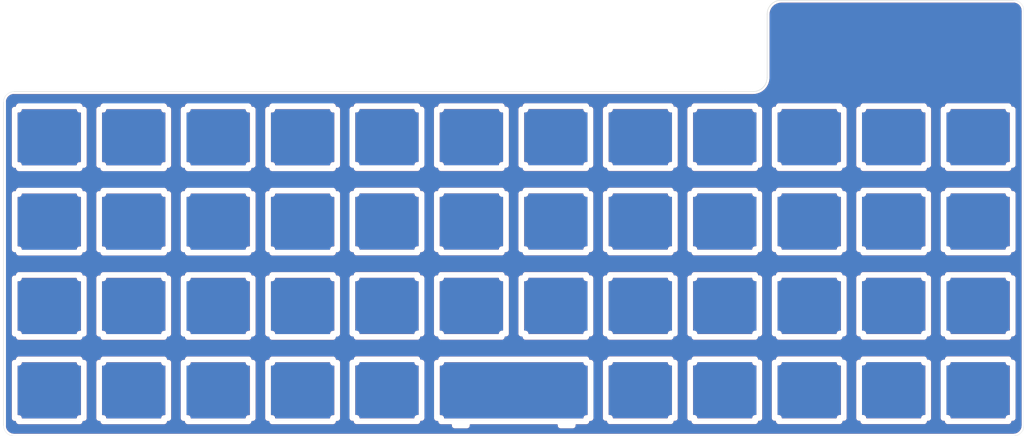
<source format=kicad_pcb>
(kicad_pcb (version 20171130) (host pcbnew "(5.1.10)-1")
  (layers (0 F.Cu signal) (31 B.Cu signal) (34 B.Paste user) (35 F.Paste user) (36 B.SilkS user) (37 F.SilkS user) (38 B.Mask user) (39 F.Mask user) (44 Edge.Cuts user))
  (net 0 "")
  (module MX-Alps_Switch_Cutouts:MX-Alps_Switch_Cutout (layer F.Cu) (at 60.325 120.65)
    (fp_text reference c1 hide)
    (fp_text value MX-NoLED hide)
    (pad "" np_thru_hole oval (at 6.85 6.625) (size 0.3 1.05) (drill oval 0.3 1.05) (layers *.Cu *.Mask))
    (pad "" np_thru_hole oval (at 7.325 6.25) (size 1.25 0.3) (drill oval 1.25 0.3) (layers *.Cu *.Mask))
    (pad "" np_thru_hole oval (at 7.325 -6.25) (size 1.25 0.3) (drill oval 1.25 0.3) (layers *.Cu *.Mask))
    (pad "" np_thru_hole oval (at 6.85 -6.625) (size 0.3 1.05) (drill oval 0.3 1.05) (layers *.Cu *.Mask))
    (pad "" np_thru_hole oval (at -6.85 -6.625) (size 0.3 1.05) (drill oval 0.3 1.05) (layers *.Cu *.Mask))
    (pad "" np_thru_hole oval (at -7.325 -6.25) (size 1.25 0.3) (drill oval 1.25 0.3) (layers *.Cu *.Mask))
    (pad "" np_thru_hole oval (at -7.325 6.25) (size 1.25 0.3) (drill oval 1.25 0.3) (layers *.Cu *.Mask))
    (pad "" np_thru_hole oval (at -6.85 6.625) (size 0.3 1.05) (drill oval 0.3 1.05) (layers *.Cu *.Mask))
    (pad "" np_thru_hole oval (at 7.8 0) (size 0.3 12.8) (drill oval 0.3 12.8) (layers *.Cu *.Mask))
    (pad "" np_thru_hole oval (at -7.8 0) (size 0.3 12.8) (drill oval 0.3 12.8) (layers *.Cu *.Mask))
    (pad "" np_thru_hole oval (at 0 7) (size 14 0.3) (drill oval 14 0.3) (layers *.Cu *.Mask))
    (pad "" np_thru_hole oval (at 0 -7) (size 14 0.3) (drill oval 14 0.3) (layers *.Cu *.Mask))
  )
  (module MX-Alps_Switch_Cutouts:MX-Alps_Switch_Cutout (layer F.Cu) (at 79.375 101.6)
    (fp_text reference comma1 hide)
    (fp_text value MX-NoLED hide)
    (pad "" np_thru_hole oval (at 6.85 6.625) (size 0.3 1.05) (drill oval 0.3 1.05) (layers *.Cu *.Mask))
    (pad "" np_thru_hole oval (at 7.325 6.25) (size 1.25 0.3) (drill oval 1.25 0.3) (layers *.Cu *.Mask))
    (pad "" np_thru_hole oval (at 7.325 -6.25) (size 1.25 0.3) (drill oval 1.25 0.3) (layers *.Cu *.Mask))
    (pad "" np_thru_hole oval (at 6.85 -6.625) (size 0.3 1.05) (drill oval 0.3 1.05) (layers *.Cu *.Mask))
    (pad "" np_thru_hole oval (at -6.85 -6.625) (size 0.3 1.05) (drill oval 0.3 1.05) (layers *.Cu *.Mask))
    (pad "" np_thru_hole oval (at -7.325 -6.25) (size 1.25 0.3) (drill oval 1.25 0.3) (layers *.Cu *.Mask))
    (pad "" np_thru_hole oval (at -7.325 6.25) (size 1.25 0.3) (drill oval 1.25 0.3) (layers *.Cu *.Mask))
    (pad "" np_thru_hole oval (at -6.85 6.625) (size 0.3 1.05) (drill oval 0.3 1.05) (layers *.Cu *.Mask))
    (pad "" np_thru_hole oval (at 7.8 0) (size 0.3 12.8) (drill oval 0.3 12.8) (layers *.Cu *.Mask))
    (pad "" np_thru_hole oval (at -7.8 0) (size 0.3 12.8) (drill oval 0.3 12.8) (layers *.Cu *.Mask))
    (pad "" np_thru_hole oval (at 0 7) (size 14 0.3) (drill oval 14 0.3) (layers *.Cu *.Mask))
    (pad "" np_thru_hole oval (at 0 -7) (size 14 0.3) (drill oval 14 0.3) (layers *.Cu *.Mask))
  )
  (module MX-Alps_Switch_Cutouts:MX-Alps_Switch_Cutout (layer F.Cu) (at 41.275 101.6)
    (fp_text reference alt1 hide)
    (fp_text value MX-NoLED hide)
    (pad "" np_thru_hole oval (at 6.85 6.625) (size 0.3 1.05) (drill oval 0.3 1.05) (layers *.Cu *.Mask))
    (pad "" np_thru_hole oval (at 7.325 6.25) (size 1.25 0.3) (drill oval 1.25 0.3) (layers *.Cu *.Mask))
    (pad "" np_thru_hole oval (at 7.325 -6.25) (size 1.25 0.3) (drill oval 1.25 0.3) (layers *.Cu *.Mask))
    (pad "" np_thru_hole oval (at 6.85 -6.625) (size 0.3 1.05) (drill oval 0.3 1.05) (layers *.Cu *.Mask))
    (pad "" np_thru_hole oval (at -6.85 -6.625) (size 0.3 1.05) (drill oval 0.3 1.05) (layers *.Cu *.Mask))
    (pad "" np_thru_hole oval (at -7.325 -6.25) (size 1.25 0.3) (drill oval 1.25 0.3) (layers *.Cu *.Mask))
    (pad "" np_thru_hole oval (at -7.325 6.25) (size 1.25 0.3) (drill oval 1.25 0.3) (layers *.Cu *.Mask))
    (pad "" np_thru_hole oval (at -6.85 6.625) (size 0.3 1.05) (drill oval 0.3 1.05) (layers *.Cu *.Mask))
    (pad "" np_thru_hole oval (at 7.8 0) (size 0.3 12.8) (drill oval 0.3 12.8) (layers *.Cu *.Mask))
    (pad "" np_thru_hole oval (at -7.8 0) (size 0.3 12.8) (drill oval 0.3 12.8) (layers *.Cu *.Mask))
    (pad "" np_thru_hole oval (at 0 7) (size 14 0.3) (drill oval 14 0.3) (layers *.Cu *.Mask))
    (pad "" np_thru_hole oval (at 0 -7) (size 14 0.3) (drill oval 14 0.3) (layers *.Cu *.Mask))
  )
  (module MX-Alps_Switch_Cutouts:MX-Alps_Switch_Cutout (layer F.Cu) (at 79.375 120.65)
    (fp_text reference a1 hide)
    (fp_text value MX-NoLED hide)
    (pad "" np_thru_hole oval (at 6.85 6.625) (size 0.3 1.05) (drill oval 0.3 1.05) (layers *.Cu *.Mask))
    (pad "" np_thru_hole oval (at 7.325 6.25) (size 1.25 0.3) (drill oval 1.25 0.3) (layers *.Cu *.Mask))
    (pad "" np_thru_hole oval (at 7.325 -6.25) (size 1.25 0.3) (drill oval 1.25 0.3) (layers *.Cu *.Mask))
    (pad "" np_thru_hole oval (at 6.85 -6.625) (size 0.3 1.05) (drill oval 0.3 1.05) (layers *.Cu *.Mask))
    (pad "" np_thru_hole oval (at -6.85 -6.625) (size 0.3 1.05) (drill oval 0.3 1.05) (layers *.Cu *.Mask))
    (pad "" np_thru_hole oval (at -7.325 -6.25) (size 1.25 0.3) (drill oval 1.25 0.3) (layers *.Cu *.Mask))
    (pad "" np_thru_hole oval (at -7.325 6.25) (size 1.25 0.3) (drill oval 1.25 0.3) (layers *.Cu *.Mask))
    (pad "" np_thru_hole oval (at -6.85 6.625) (size 0.3 1.05) (drill oval 0.3 1.05) (layers *.Cu *.Mask))
    (pad "" np_thru_hole oval (at 7.8 0) (size 0.3 12.8) (drill oval 0.3 12.8) (layers *.Cu *.Mask))
    (pad "" np_thru_hole oval (at -7.8 0) (size 0.3 12.8) (drill oval 0.3 12.8) (layers *.Cu *.Mask))
    (pad "" np_thru_hole oval (at 0 7) (size 14 0.3) (drill oval 14 0.3) (layers *.Cu *.Mask))
    (pad "" np_thru_hole oval (at 0 -7) (size 14 0.3) (drill oval 14 0.3) (layers *.Cu *.Mask))
  )
  (module MX-Alps_Switch_Cutouts:MX-Alps_Switch_Cutout (layer F.Cu) (at 60.325 101.6)
    (fp_text reference delete1 hide)
    (fp_text value MX-NoLED hide)
    (pad "" np_thru_hole oval (at 6.85 6.625) (size 0.3 1.05) (drill oval 0.3 1.05) (layers *.Cu *.Mask))
    (pad "" np_thru_hole oval (at 7.325 6.25) (size 1.25 0.3) (drill oval 1.25 0.3) (layers *.Cu *.Mask))
    (pad "" np_thru_hole oval (at 7.325 -6.25) (size 1.25 0.3) (drill oval 1.25 0.3) (layers *.Cu *.Mask))
    (pad "" np_thru_hole oval (at 6.85 -6.625) (size 0.3 1.05) (drill oval 0.3 1.05) (layers *.Cu *.Mask))
    (pad "" np_thru_hole oval (at -6.85 -6.625) (size 0.3 1.05) (drill oval 0.3 1.05) (layers *.Cu *.Mask))
    (pad "" np_thru_hole oval (at -7.325 -6.25) (size 1.25 0.3) (drill oval 1.25 0.3) (layers *.Cu *.Mask))
    (pad "" np_thru_hole oval (at -7.325 6.25) (size 1.25 0.3) (drill oval 1.25 0.3) (layers *.Cu *.Mask))
    (pad "" np_thru_hole oval (at -6.85 6.625) (size 0.3 1.05) (drill oval 0.3 1.05) (layers *.Cu *.Mask))
    (pad "" np_thru_hole oval (at 7.8 0) (size 0.3 12.8) (drill oval 0.3 12.8) (layers *.Cu *.Mask))
    (pad "" np_thru_hole oval (at -7.8 0) (size 0.3 12.8) (drill oval 0.3 12.8) (layers *.Cu *.Mask))
    (pad "" np_thru_hole oval (at 0 7) (size 14 0.3) (drill oval 14 0.3) (layers *.Cu *.Mask))
    (pad "" np_thru_hole oval (at 0 -7) (size 14 0.3) (drill oval 14 0.3) (layers *.Cu *.Mask))
  )
  (module MX-Alps_Switch_Cutouts:MX-Alps_Switch_Cutout (layer F.Cu) (at 98.425 101.6)
    (fp_text reference down1 hide)
    (fp_text value MX-NoLED hide)
    (pad "" np_thru_hole oval (at 6.85 6.625) (size 0.3 1.05) (drill oval 0.3 1.05) (layers *.Cu *.Mask))
    (pad "" np_thru_hole oval (at 7.325 6.25) (size 1.25 0.3) (drill oval 1.25 0.3) (layers *.Cu *.Mask))
    (pad "" np_thru_hole oval (at 7.325 -6.25) (size 1.25 0.3) (drill oval 1.25 0.3) (layers *.Cu *.Mask))
    (pad "" np_thru_hole oval (at 6.85 -6.625) (size 0.3 1.05) (drill oval 0.3 1.05) (layers *.Cu *.Mask))
    (pad "" np_thru_hole oval (at -6.85 -6.625) (size 0.3 1.05) (drill oval 0.3 1.05) (layers *.Cu *.Mask))
    (pad "" np_thru_hole oval (at -7.325 -6.25) (size 1.25 0.3) (drill oval 1.25 0.3) (layers *.Cu *.Mask))
    (pad "" np_thru_hole oval (at -7.325 6.25) (size 1.25 0.3) (drill oval 1.25 0.3) (layers *.Cu *.Mask))
    (pad "" np_thru_hole oval (at -6.85 6.625) (size 0.3 1.05) (drill oval 0.3 1.05) (layers *.Cu *.Mask))
    (pad "" np_thru_hole oval (at 7.8 0) (size 0.3 12.8) (drill oval 0.3 12.8) (layers *.Cu *.Mask))
    (pad "" np_thru_hole oval (at -7.8 0) (size 0.3 12.8) (drill oval 0.3 12.8) (layers *.Cu *.Mask))
    (pad "" np_thru_hole oval (at 0 7) (size 14 0.3) (drill oval 14 0.3) (layers *.Cu *.Mask))
    (pad "" np_thru_hole oval (at 0 -7) (size 14 0.3) (drill oval 14 0.3) (layers *.Cu *.Mask))
  )
  (module MX-Alps_Switch_Cutouts:MX-Alps_Switch_Cutout (layer F.Cu) (at 41.275 120.65)
    (fp_text reference esc1 hide)
    (fp_text value MX-NoLED hide)
    (pad "" np_thru_hole oval (at 6.85 6.625) (size 0.3 1.05) (drill oval 0.3 1.05) (layers *.Cu *.Mask))
    (pad "" np_thru_hole oval (at 7.325 6.25) (size 1.25 0.3) (drill oval 1.25 0.3) (layers *.Cu *.Mask))
    (pad "" np_thru_hole oval (at 7.325 -6.25) (size 1.25 0.3) (drill oval 1.25 0.3) (layers *.Cu *.Mask))
    (pad "" np_thru_hole oval (at 6.85 -6.625) (size 0.3 1.05) (drill oval 0.3 1.05) (layers *.Cu *.Mask))
    (pad "" np_thru_hole oval (at -6.85 -6.625) (size 0.3 1.05) (drill oval 0.3 1.05) (layers *.Cu *.Mask))
    (pad "" np_thru_hole oval (at -7.325 -6.25) (size 1.25 0.3) (drill oval 1.25 0.3) (layers *.Cu *.Mask))
    (pad "" np_thru_hole oval (at -7.325 6.25) (size 1.25 0.3) (drill oval 1.25 0.3) (layers *.Cu *.Mask))
    (pad "" np_thru_hole oval (at -6.85 6.625) (size 0.3 1.05) (drill oval 0.3 1.05) (layers *.Cu *.Mask))
    (pad "" np_thru_hole oval (at 7.8 0) (size 0.3 12.8) (drill oval 0.3 12.8) (layers *.Cu *.Mask))
    (pad "" np_thru_hole oval (at -7.8 0) (size 0.3 12.8) (drill oval 0.3 12.8) (layers *.Cu *.Mask))
    (pad "" np_thru_hole oval (at 0 7) (size 14 0.3) (drill oval 14 0.3) (layers *.Cu *.Mask))
    (pad "" np_thru_hole oval (at 0 -7) (size 14 0.3) (drill oval 14 0.3) (layers *.Cu *.Mask))
  )
  (module MX-Alps_Switch_Cutouts:MX-Alps_Switch_Cutout (layer F.Cu) (at 98.425 120.65)
    (fp_text reference j1 hide)
    (fp_text value MX-NoLED hide)
    (pad "" np_thru_hole oval (at 6.85 6.625) (size 0.3 1.05) (drill oval 0.3 1.05) (layers *.Cu *.Mask))
    (pad "" np_thru_hole oval (at 7.325 6.25) (size 1.25 0.3) (drill oval 1.25 0.3) (layers *.Cu *.Mask))
    (pad "" np_thru_hole oval (at 7.325 -6.25) (size 1.25 0.3) (drill oval 1.25 0.3) (layers *.Cu *.Mask))
    (pad "" np_thru_hole oval (at 6.85 -6.625) (size 0.3 1.05) (drill oval 0.3 1.05) (layers *.Cu *.Mask))
    (pad "" np_thru_hole oval (at -6.85 -6.625) (size 0.3 1.05) (drill oval 0.3 1.05) (layers *.Cu *.Mask))
    (pad "" np_thru_hole oval (at -7.325 -6.25) (size 1.25 0.3) (drill oval 1.25 0.3) (layers *.Cu *.Mask))
    (pad "" np_thru_hole oval (at -7.325 6.25) (size 1.25 0.3) (drill oval 1.25 0.3) (layers *.Cu *.Mask))
    (pad "" np_thru_hole oval (at -6.85 6.625) (size 0.3 1.05) (drill oval 0.3 1.05) (layers *.Cu *.Mask))
    (pad "" np_thru_hole oval (at 7.8 0) (size 0.3 12.8) (drill oval 0.3 12.8) (layers *.Cu *.Mask))
    (pad "" np_thru_hole oval (at -7.8 0) (size 0.3 12.8) (drill oval 0.3 12.8) (layers *.Cu *.Mask))
    (pad "" np_thru_hole oval (at 0 7) (size 14 0.3) (drill oval 14 0.3) (layers *.Cu *.Mask))
    (pad "" np_thru_hole oval (at 0 -7) (size 14 0.3) (drill oval 14 0.3) (layers *.Cu *.Mask))
  )
  (module MX-Alps_Switch_Cutouts:MX-Alps_Switch_Cutout (layer F.Cu) (at 212.7 120.625)
    (fp_text reference c1 hide)
    (fp_text value MX-NoLED hide)
    (pad "" np_thru_hole oval (at 0 -7) (size 14 0.3) (drill oval 14 0.3) (layers *.Cu *.Mask))
    (pad "" np_thru_hole oval (at 0 7) (size 14 0.3) (drill oval 14 0.3) (layers *.Cu *.Mask))
    (pad "" np_thru_hole oval (at -7.8 0) (size 0.3 12.8) (drill oval 0.3 12.8) (layers *.Cu *.Mask))
    (pad "" np_thru_hole oval (at 7.8 0) (size 0.3 12.8) (drill oval 0.3 12.8) (layers *.Cu *.Mask))
    (pad "" np_thru_hole oval (at -6.85 6.625) (size 0.3 1.05) (drill oval 0.3 1.05) (layers *.Cu *.Mask))
    (pad "" np_thru_hole oval (at -7.325 6.25) (size 1.25 0.3) (drill oval 1.25 0.3) (layers *.Cu *.Mask))
    (pad "" np_thru_hole oval (at -7.325 -6.25) (size 1.25 0.3) (drill oval 1.25 0.3) (layers *.Cu *.Mask))
    (pad "" np_thru_hole oval (at -6.85 -6.625) (size 0.3 1.05) (drill oval 0.3 1.05) (layers *.Cu *.Mask))
    (pad "" np_thru_hole oval (at 6.85 -6.625) (size 0.3 1.05) (drill oval 0.3 1.05) (layers *.Cu *.Mask))
    (pad "" np_thru_hole oval (at 7.325 -6.25) (size 1.25 0.3) (drill oval 1.25 0.3) (layers *.Cu *.Mask))
    (pad "" np_thru_hole oval (at 7.325 6.25) (size 1.25 0.3) (drill oval 1.25 0.3) (layers *.Cu *.Mask))
    (pad "" np_thru_hole oval (at 6.85 6.625) (size 0.3 1.05) (drill oval 0.3 1.05) (layers *.Cu *.Mask))
  )
  (module MX-Alps_Switch_Cutouts:MX-Alps_Switch_Cutout (layer F.Cu) (at 231.75 101.575)
    (fp_text reference comma1 hide)
    (fp_text value MX-NoLED hide)
    (pad "" np_thru_hole oval (at 0 -7) (size 14 0.3) (drill oval 14 0.3) (layers *.Cu *.Mask))
    (pad "" np_thru_hole oval (at 0 7) (size 14 0.3) (drill oval 14 0.3) (layers *.Cu *.Mask))
    (pad "" np_thru_hole oval (at -7.8 0) (size 0.3 12.8) (drill oval 0.3 12.8) (layers *.Cu *.Mask))
    (pad "" np_thru_hole oval (at 7.8 0) (size 0.3 12.8) (drill oval 0.3 12.8) (layers *.Cu *.Mask))
    (pad "" np_thru_hole oval (at -6.85 6.625) (size 0.3 1.05) (drill oval 0.3 1.05) (layers *.Cu *.Mask))
    (pad "" np_thru_hole oval (at -7.325 6.25) (size 1.25 0.3) (drill oval 1.25 0.3) (layers *.Cu *.Mask))
    (pad "" np_thru_hole oval (at -7.325 -6.25) (size 1.25 0.3) (drill oval 1.25 0.3) (layers *.Cu *.Mask))
    (pad "" np_thru_hole oval (at -6.85 -6.625) (size 0.3 1.05) (drill oval 0.3 1.05) (layers *.Cu *.Mask))
    (pad "" np_thru_hole oval (at 6.85 -6.625) (size 0.3 1.05) (drill oval 0.3 1.05) (layers *.Cu *.Mask))
    (pad "" np_thru_hole oval (at 7.325 -6.25) (size 1.25 0.3) (drill oval 1.25 0.3) (layers *.Cu *.Mask))
    (pad "" np_thru_hole oval (at 7.325 6.25) (size 1.25 0.3) (drill oval 1.25 0.3) (layers *.Cu *.Mask))
    (pad "" np_thru_hole oval (at 6.85 6.625) (size 0.3 1.05) (drill oval 0.3 1.05) (layers *.Cu *.Mask))
  )
  (module MX-Alps_Switch_Cutouts:MX-Alps_Switch_Cutout (layer F.Cu) (at 250.8 120.625)
    (fp_text reference j1 hide)
    (fp_text value MX-NoLED hide)
    (pad "" np_thru_hole oval (at 0 -7) (size 14 0.3) (drill oval 14 0.3) (layers *.Cu *.Mask))
    (pad "" np_thru_hole oval (at 0 7) (size 14 0.3) (drill oval 14 0.3) (layers *.Cu *.Mask))
    (pad "" np_thru_hole oval (at -7.8 0) (size 0.3 12.8) (drill oval 0.3 12.8) (layers *.Cu *.Mask))
    (pad "" np_thru_hole oval (at 7.8 0) (size 0.3 12.8) (drill oval 0.3 12.8) (layers *.Cu *.Mask))
    (pad "" np_thru_hole oval (at -6.85 6.625) (size 0.3 1.05) (drill oval 0.3 1.05) (layers *.Cu *.Mask))
    (pad "" np_thru_hole oval (at -7.325 6.25) (size 1.25 0.3) (drill oval 1.25 0.3) (layers *.Cu *.Mask))
    (pad "" np_thru_hole oval (at -7.325 -6.25) (size 1.25 0.3) (drill oval 1.25 0.3) (layers *.Cu *.Mask))
    (pad "" np_thru_hole oval (at -6.85 -6.625) (size 0.3 1.05) (drill oval 0.3 1.05) (layers *.Cu *.Mask))
    (pad "" np_thru_hole oval (at 6.85 -6.625) (size 0.3 1.05) (drill oval 0.3 1.05) (layers *.Cu *.Mask))
    (pad "" np_thru_hole oval (at 7.325 -6.25) (size 1.25 0.3) (drill oval 1.25 0.3) (layers *.Cu *.Mask))
    (pad "" np_thru_hole oval (at 7.325 6.25) (size 1.25 0.3) (drill oval 1.25 0.3) (layers *.Cu *.Mask))
    (pad "" np_thru_hole oval (at 6.85 6.625) (size 0.3 1.05) (drill oval 0.3 1.05) (layers *.Cu *.Mask))
  )
  (module MX-Alps_Switch_Cutouts:MX-Alps_Switch_Cutout (layer F.Cu) (at 193.65 101.575)
    (fp_text reference alt1 hide)
    (fp_text value MX-NoLED hide)
    (pad "" np_thru_hole oval (at 0 -7) (size 14 0.3) (drill oval 14 0.3) (layers *.Cu *.Mask))
    (pad "" np_thru_hole oval (at 0 7) (size 14 0.3) (drill oval 14 0.3) (layers *.Cu *.Mask))
    (pad "" np_thru_hole oval (at -7.8 0) (size 0.3 12.8) (drill oval 0.3 12.8) (layers *.Cu *.Mask))
    (pad "" np_thru_hole oval (at 7.8 0) (size 0.3 12.8) (drill oval 0.3 12.8) (layers *.Cu *.Mask))
    (pad "" np_thru_hole oval (at -6.85 6.625) (size 0.3 1.05) (drill oval 0.3 1.05) (layers *.Cu *.Mask))
    (pad "" np_thru_hole oval (at -7.325 6.25) (size 1.25 0.3) (drill oval 1.25 0.3) (layers *.Cu *.Mask))
    (pad "" np_thru_hole oval (at -7.325 -6.25) (size 1.25 0.3) (drill oval 1.25 0.3) (layers *.Cu *.Mask))
    (pad "" np_thru_hole oval (at -6.85 -6.625) (size 0.3 1.05) (drill oval 0.3 1.05) (layers *.Cu *.Mask))
    (pad "" np_thru_hole oval (at 6.85 -6.625) (size 0.3 1.05) (drill oval 0.3 1.05) (layers *.Cu *.Mask))
    (pad "" np_thru_hole oval (at 7.325 -6.25) (size 1.25 0.3) (drill oval 1.25 0.3) (layers *.Cu *.Mask))
    (pad "" np_thru_hole oval (at 7.325 6.25) (size 1.25 0.3) (drill oval 1.25 0.3) (layers *.Cu *.Mask))
    (pad "" np_thru_hole oval (at 6.85 6.625) (size 0.3 1.05) (drill oval 0.3 1.05) (layers *.Cu *.Mask))
  )
  (module MX-Alps_Switch_Cutouts:MX-Alps_Switch_Cutout (layer F.Cu) (at 231.75 120.625)
    (fp_text reference a1 hide)
    (fp_text value MX-NoLED hide)
    (pad "" np_thru_hole oval (at 0 -7) (size 14 0.3) (drill oval 14 0.3) (layers *.Cu *.Mask))
    (pad "" np_thru_hole oval (at 0 7) (size 14 0.3) (drill oval 14 0.3) (layers *.Cu *.Mask))
    (pad "" np_thru_hole oval (at -7.8 0) (size 0.3 12.8) (drill oval 0.3 12.8) (layers *.Cu *.Mask))
    (pad "" np_thru_hole oval (at 7.8 0) (size 0.3 12.8) (drill oval 0.3 12.8) (layers *.Cu *.Mask))
    (pad "" np_thru_hole oval (at -6.85 6.625) (size 0.3 1.05) (drill oval 0.3 1.05) (layers *.Cu *.Mask))
    (pad "" np_thru_hole oval (at -7.325 6.25) (size 1.25 0.3) (drill oval 1.25 0.3) (layers *.Cu *.Mask))
    (pad "" np_thru_hole oval (at -7.325 -6.25) (size 1.25 0.3) (drill oval 1.25 0.3) (layers *.Cu *.Mask))
    (pad "" np_thru_hole oval (at -6.85 -6.625) (size 0.3 1.05) (drill oval 0.3 1.05) (layers *.Cu *.Mask))
    (pad "" np_thru_hole oval (at 6.85 -6.625) (size 0.3 1.05) (drill oval 0.3 1.05) (layers *.Cu *.Mask))
    (pad "" np_thru_hole oval (at 7.325 -6.25) (size 1.25 0.3) (drill oval 1.25 0.3) (layers *.Cu *.Mask))
    (pad "" np_thru_hole oval (at 7.325 6.25) (size 1.25 0.3) (drill oval 1.25 0.3) (layers *.Cu *.Mask))
    (pad "" np_thru_hole oval (at 6.85 6.625) (size 0.3 1.05) (drill oval 0.3 1.05) (layers *.Cu *.Mask))
  )
  (module MX-Alps_Switch_Cutouts:MX-Alps_Switch_Cutout (layer F.Cu) (at 212.7 101.575)
    (fp_text reference delete1 hide)
    (fp_text value MX-NoLED hide)
    (pad "" np_thru_hole oval (at 0 -7) (size 14 0.3) (drill oval 14 0.3) (layers *.Cu *.Mask))
    (pad "" np_thru_hole oval (at 0 7) (size 14 0.3) (drill oval 14 0.3) (layers *.Cu *.Mask))
    (pad "" np_thru_hole oval (at -7.8 0) (size 0.3 12.8) (drill oval 0.3 12.8) (layers *.Cu *.Mask))
    (pad "" np_thru_hole oval (at 7.8 0) (size 0.3 12.8) (drill oval 0.3 12.8) (layers *.Cu *.Mask))
    (pad "" np_thru_hole oval (at -6.85 6.625) (size 0.3 1.05) (drill oval 0.3 1.05) (layers *.Cu *.Mask))
    (pad "" np_thru_hole oval (at -7.325 6.25) (size 1.25 0.3) (drill oval 1.25 0.3) (layers *.Cu *.Mask))
    (pad "" np_thru_hole oval (at -7.325 -6.25) (size 1.25 0.3) (drill oval 1.25 0.3) (layers *.Cu *.Mask))
    (pad "" np_thru_hole oval (at -6.85 -6.625) (size 0.3 1.05) (drill oval 0.3 1.05) (layers *.Cu *.Mask))
    (pad "" np_thru_hole oval (at 6.85 -6.625) (size 0.3 1.05) (drill oval 0.3 1.05) (layers *.Cu *.Mask))
    (pad "" np_thru_hole oval (at 7.325 -6.25) (size 1.25 0.3) (drill oval 1.25 0.3) (layers *.Cu *.Mask))
    (pad "" np_thru_hole oval (at 7.325 6.25) (size 1.25 0.3) (drill oval 1.25 0.3) (layers *.Cu *.Mask))
    (pad "" np_thru_hole oval (at 6.85 6.625) (size 0.3 1.05) (drill oval 0.3 1.05) (layers *.Cu *.Mask))
  )
  (module MX-Alps_Switch_Cutouts:MX-Alps_Switch_Cutout (layer F.Cu) (at 250.8 101.575)
    (fp_text reference down1 hide)
    (fp_text value MX-NoLED hide)
    (pad "" np_thru_hole oval (at 0 -7) (size 14 0.3) (drill oval 14 0.3) (layers *.Cu *.Mask))
    (pad "" np_thru_hole oval (at 0 7) (size 14 0.3) (drill oval 14 0.3) (layers *.Cu *.Mask))
    (pad "" np_thru_hole oval (at -7.8 0) (size 0.3 12.8) (drill oval 0.3 12.8) (layers *.Cu *.Mask))
    (pad "" np_thru_hole oval (at 7.8 0) (size 0.3 12.8) (drill oval 0.3 12.8) (layers *.Cu *.Mask))
    (pad "" np_thru_hole oval (at -6.85 6.625) (size 0.3 1.05) (drill oval 0.3 1.05) (layers *.Cu *.Mask))
    (pad "" np_thru_hole oval (at -7.325 6.25) (size 1.25 0.3) (drill oval 1.25 0.3) (layers *.Cu *.Mask))
    (pad "" np_thru_hole oval (at -7.325 -6.25) (size 1.25 0.3) (drill oval 1.25 0.3) (layers *.Cu *.Mask))
    (pad "" np_thru_hole oval (at -6.85 -6.625) (size 0.3 1.05) (drill oval 0.3 1.05) (layers *.Cu *.Mask))
    (pad "" np_thru_hole oval (at 6.85 -6.625) (size 0.3 1.05) (drill oval 0.3 1.05) (layers *.Cu *.Mask))
    (pad "" np_thru_hole oval (at 7.325 -6.25) (size 1.25 0.3) (drill oval 1.25 0.3) (layers *.Cu *.Mask))
    (pad "" np_thru_hole oval (at 7.325 6.25) (size 1.25 0.3) (drill oval 1.25 0.3) (layers *.Cu *.Mask))
    (pad "" np_thru_hole oval (at 6.85 6.625) (size 0.3 1.05) (drill oval 0.3 1.05) (layers *.Cu *.Mask))
  )
  (module MX-Alps_Switch_Cutouts:MX-Alps_Switch_Cutout (layer F.Cu) (at 193.65 120.625)
    (fp_text reference esc1 hide)
    (fp_text value MX-NoLED hide)
    (pad "" np_thru_hole oval (at 0 -7) (size 14 0.3) (drill oval 14 0.3) (layers *.Cu *.Mask))
    (pad "" np_thru_hole oval (at 0 7) (size 14 0.3) (drill oval 14 0.3) (layers *.Cu *.Mask))
    (pad "" np_thru_hole oval (at -7.8 0) (size 0.3 12.8) (drill oval 0.3 12.8) (layers *.Cu *.Mask))
    (pad "" np_thru_hole oval (at 7.8 0) (size 0.3 12.8) (drill oval 0.3 12.8) (layers *.Cu *.Mask))
    (pad "" np_thru_hole oval (at -6.85 6.625) (size 0.3 1.05) (drill oval 0.3 1.05) (layers *.Cu *.Mask))
    (pad "" np_thru_hole oval (at -7.325 6.25) (size 1.25 0.3) (drill oval 1.25 0.3) (layers *.Cu *.Mask))
    (pad "" np_thru_hole oval (at -7.325 -6.25) (size 1.25 0.3) (drill oval 1.25 0.3) (layers *.Cu *.Mask))
    (pad "" np_thru_hole oval (at -6.85 -6.625) (size 0.3 1.05) (drill oval 0.3 1.05) (layers *.Cu *.Mask))
    (pad "" np_thru_hole oval (at 6.85 -6.625) (size 0.3 1.05) (drill oval 0.3 1.05) (layers *.Cu *.Mask))
    (pad "" np_thru_hole oval (at 7.325 -6.25) (size 1.25 0.3) (drill oval 1.25 0.3) (layers *.Cu *.Mask))
    (pad "" np_thru_hole oval (at 7.325 6.25) (size 1.25 0.3) (drill oval 1.25 0.3) (layers *.Cu *.Mask))
    (pad "" np_thru_hole oval (at 6.85 6.625) (size 0.3 1.05) (drill oval 0.3 1.05) (layers *.Cu *.Mask))
  )
  (module MX-Alps_Switch_Cutouts:MX-Alps_Switch_Cutout (layer F.Cu) (at 155.55 101.575)
    (fp_text reference comma1 hide)
    (fp_text value MX-NoLED hide)
    (pad "" np_thru_hole oval (at 0 -7) (size 14 0.3) (drill oval 14 0.3) (layers *.Cu *.Mask))
    (pad "" np_thru_hole oval (at 0 7) (size 14 0.3) (drill oval 14 0.3) (layers *.Cu *.Mask))
    (pad "" np_thru_hole oval (at -7.8 0) (size 0.3 12.8) (drill oval 0.3 12.8) (layers *.Cu *.Mask))
    (pad "" np_thru_hole oval (at 7.8 0) (size 0.3 12.8) (drill oval 0.3 12.8) (layers *.Cu *.Mask))
    (pad "" np_thru_hole oval (at -6.85 6.625) (size 0.3 1.05) (drill oval 0.3 1.05) (layers *.Cu *.Mask))
    (pad "" np_thru_hole oval (at -7.325 6.25) (size 1.25 0.3) (drill oval 1.25 0.3) (layers *.Cu *.Mask))
    (pad "" np_thru_hole oval (at -7.325 -6.25) (size 1.25 0.3) (drill oval 1.25 0.3) (layers *.Cu *.Mask))
    (pad "" np_thru_hole oval (at -6.85 -6.625) (size 0.3 1.05) (drill oval 0.3 1.05) (layers *.Cu *.Mask))
    (pad "" np_thru_hole oval (at 6.85 -6.625) (size 0.3 1.05) (drill oval 0.3 1.05) (layers *.Cu *.Mask))
    (pad "" np_thru_hole oval (at 7.325 -6.25) (size 1.25 0.3) (drill oval 1.25 0.3) (layers *.Cu *.Mask))
    (pad "" np_thru_hole oval (at 7.325 6.25) (size 1.25 0.3) (drill oval 1.25 0.3) (layers *.Cu *.Mask))
    (pad "" np_thru_hole oval (at 6.85 6.625) (size 0.3 1.05) (drill oval 0.3 1.05) (layers *.Cu *.Mask))
  )
  (module MX-Alps_Switch_Cutouts:MX-Alps_Switch_Cutout (layer F.Cu) (at 136.5 101.575)
    (fp_text reference delete1 hide)
    (fp_text value MX-NoLED hide)
    (pad "" np_thru_hole oval (at 0 -7) (size 14 0.3) (drill oval 14 0.3) (layers *.Cu *.Mask))
    (pad "" np_thru_hole oval (at 0 7) (size 14 0.3) (drill oval 14 0.3) (layers *.Cu *.Mask))
    (pad "" np_thru_hole oval (at -7.8 0) (size 0.3 12.8) (drill oval 0.3 12.8) (layers *.Cu *.Mask))
    (pad "" np_thru_hole oval (at 7.8 0) (size 0.3 12.8) (drill oval 0.3 12.8) (layers *.Cu *.Mask))
    (pad "" np_thru_hole oval (at -6.85 6.625) (size 0.3 1.05) (drill oval 0.3 1.05) (layers *.Cu *.Mask))
    (pad "" np_thru_hole oval (at -7.325 6.25) (size 1.25 0.3) (drill oval 1.25 0.3) (layers *.Cu *.Mask))
    (pad "" np_thru_hole oval (at -7.325 -6.25) (size 1.25 0.3) (drill oval 1.25 0.3) (layers *.Cu *.Mask))
    (pad "" np_thru_hole oval (at -6.85 -6.625) (size 0.3 1.05) (drill oval 0.3 1.05) (layers *.Cu *.Mask))
    (pad "" np_thru_hole oval (at 6.85 -6.625) (size 0.3 1.05) (drill oval 0.3 1.05) (layers *.Cu *.Mask))
    (pad "" np_thru_hole oval (at 7.325 -6.25) (size 1.25 0.3) (drill oval 1.25 0.3) (layers *.Cu *.Mask))
    (pad "" np_thru_hole oval (at 7.325 6.25) (size 1.25 0.3) (drill oval 1.25 0.3) (layers *.Cu *.Mask))
    (pad "" np_thru_hole oval (at 6.85 6.625) (size 0.3 1.05) (drill oval 0.3 1.05) (layers *.Cu *.Mask))
  )
  (module MX-Alps_Switch_Cutouts:MX-Alps_Switch_Cutout (layer F.Cu) (at 117.45 120.625)
    (fp_text reference esc1 hide)
    (fp_text value MX-NoLED hide)
    (pad "" np_thru_hole oval (at 0 -7) (size 14 0.3) (drill oval 14 0.3) (layers *.Cu *.Mask))
    (pad "" np_thru_hole oval (at 0 7) (size 14 0.3) (drill oval 14 0.3) (layers *.Cu *.Mask))
    (pad "" np_thru_hole oval (at -7.8 0) (size 0.3 12.8) (drill oval 0.3 12.8) (layers *.Cu *.Mask))
    (pad "" np_thru_hole oval (at 7.8 0) (size 0.3 12.8) (drill oval 0.3 12.8) (layers *.Cu *.Mask))
    (pad "" np_thru_hole oval (at -6.85 6.625) (size 0.3 1.05) (drill oval 0.3 1.05) (layers *.Cu *.Mask))
    (pad "" np_thru_hole oval (at -7.325 6.25) (size 1.25 0.3) (drill oval 1.25 0.3) (layers *.Cu *.Mask))
    (pad "" np_thru_hole oval (at -7.325 -6.25) (size 1.25 0.3) (drill oval 1.25 0.3) (layers *.Cu *.Mask))
    (pad "" np_thru_hole oval (at -6.85 -6.625) (size 0.3 1.05) (drill oval 0.3 1.05) (layers *.Cu *.Mask))
    (pad "" np_thru_hole oval (at 6.85 -6.625) (size 0.3 1.05) (drill oval 0.3 1.05) (layers *.Cu *.Mask))
    (pad "" np_thru_hole oval (at 7.325 -6.25) (size 1.25 0.3) (drill oval 1.25 0.3) (layers *.Cu *.Mask))
    (pad "" np_thru_hole oval (at 7.325 6.25) (size 1.25 0.3) (drill oval 1.25 0.3) (layers *.Cu *.Mask))
    (pad "" np_thru_hole oval (at 6.85 6.625) (size 0.3 1.05) (drill oval 0.3 1.05) (layers *.Cu *.Mask))
  )
  (module MX-Alps_Switch_Cutouts:MX-Alps_Switch_Cutout (layer F.Cu) (at 174.6 101.575)
    (fp_text reference down1 hide)
    (fp_text value MX-NoLED hide)
    (pad "" np_thru_hole oval (at 0 -7) (size 14 0.3) (drill oval 14 0.3) (layers *.Cu *.Mask))
    (pad "" np_thru_hole oval (at 0 7) (size 14 0.3) (drill oval 14 0.3) (layers *.Cu *.Mask))
    (pad "" np_thru_hole oval (at -7.8 0) (size 0.3 12.8) (drill oval 0.3 12.8) (layers *.Cu *.Mask))
    (pad "" np_thru_hole oval (at 7.8 0) (size 0.3 12.8) (drill oval 0.3 12.8) (layers *.Cu *.Mask))
    (pad "" np_thru_hole oval (at -6.85 6.625) (size 0.3 1.05) (drill oval 0.3 1.05) (layers *.Cu *.Mask))
    (pad "" np_thru_hole oval (at -7.325 6.25) (size 1.25 0.3) (drill oval 1.25 0.3) (layers *.Cu *.Mask))
    (pad "" np_thru_hole oval (at -7.325 -6.25) (size 1.25 0.3) (drill oval 1.25 0.3) (layers *.Cu *.Mask))
    (pad "" np_thru_hole oval (at -6.85 -6.625) (size 0.3 1.05) (drill oval 0.3 1.05) (layers *.Cu *.Mask))
    (pad "" np_thru_hole oval (at 6.85 -6.625) (size 0.3 1.05) (drill oval 0.3 1.05) (layers *.Cu *.Mask))
    (pad "" np_thru_hole oval (at 7.325 -6.25) (size 1.25 0.3) (drill oval 1.25 0.3) (layers *.Cu *.Mask))
    (pad "" np_thru_hole oval (at 7.325 6.25) (size 1.25 0.3) (drill oval 1.25 0.3) (layers *.Cu *.Mask))
    (pad "" np_thru_hole oval (at 6.85 6.625) (size 0.3 1.05) (drill oval 0.3 1.05) (layers *.Cu *.Mask))
  )
  (module MX-Alps_Switch_Cutouts:MX-Alps_Switch_Cutout (layer F.Cu) (at 117.45 101.575)
    (fp_text reference alt1 hide)
    (fp_text value MX-NoLED hide)
    (pad "" np_thru_hole oval (at 0 -7) (size 14 0.3) (drill oval 14 0.3) (layers *.Cu *.Mask))
    (pad "" np_thru_hole oval (at 0 7) (size 14 0.3) (drill oval 14 0.3) (layers *.Cu *.Mask))
    (pad "" np_thru_hole oval (at -7.8 0) (size 0.3 12.8) (drill oval 0.3 12.8) (layers *.Cu *.Mask))
    (pad "" np_thru_hole oval (at 7.8 0) (size 0.3 12.8) (drill oval 0.3 12.8) (layers *.Cu *.Mask))
    (pad "" np_thru_hole oval (at -6.85 6.625) (size 0.3 1.05) (drill oval 0.3 1.05) (layers *.Cu *.Mask))
    (pad "" np_thru_hole oval (at -7.325 6.25) (size 1.25 0.3) (drill oval 1.25 0.3) (layers *.Cu *.Mask))
    (pad "" np_thru_hole oval (at -7.325 -6.25) (size 1.25 0.3) (drill oval 1.25 0.3) (layers *.Cu *.Mask))
    (pad "" np_thru_hole oval (at -6.85 -6.625) (size 0.3 1.05) (drill oval 0.3 1.05) (layers *.Cu *.Mask))
    (pad "" np_thru_hole oval (at 6.85 -6.625) (size 0.3 1.05) (drill oval 0.3 1.05) (layers *.Cu *.Mask))
    (pad "" np_thru_hole oval (at 7.325 -6.25) (size 1.25 0.3) (drill oval 1.25 0.3) (layers *.Cu *.Mask))
    (pad "" np_thru_hole oval (at 7.325 6.25) (size 1.25 0.3) (drill oval 1.25 0.3) (layers *.Cu *.Mask))
    (pad "" np_thru_hole oval (at 6.85 6.625) (size 0.3 1.05) (drill oval 0.3 1.05) (layers *.Cu *.Mask))
  )
  (module MX-Alps_Switch_Cutouts:MX-Alps_Switch_Cutout (layer F.Cu) (at 174.6 120.625)
    (fp_text reference j1 hide)
    (fp_text value MX-NoLED hide)
    (pad "" np_thru_hole oval (at 0 -7) (size 14 0.3) (drill oval 14 0.3) (layers *.Cu *.Mask))
    (pad "" np_thru_hole oval (at 0 7) (size 14 0.3) (drill oval 14 0.3) (layers *.Cu *.Mask))
    (pad "" np_thru_hole oval (at -7.8 0) (size 0.3 12.8) (drill oval 0.3 12.8) (layers *.Cu *.Mask))
    (pad "" np_thru_hole oval (at 7.8 0) (size 0.3 12.8) (drill oval 0.3 12.8) (layers *.Cu *.Mask))
    (pad "" np_thru_hole oval (at -6.85 6.625) (size 0.3 1.05) (drill oval 0.3 1.05) (layers *.Cu *.Mask))
    (pad "" np_thru_hole oval (at -7.325 6.25) (size 1.25 0.3) (drill oval 1.25 0.3) (layers *.Cu *.Mask))
    (pad "" np_thru_hole oval (at -7.325 -6.25) (size 1.25 0.3) (drill oval 1.25 0.3) (layers *.Cu *.Mask))
    (pad "" np_thru_hole oval (at -6.85 -6.625) (size 0.3 1.05) (drill oval 0.3 1.05) (layers *.Cu *.Mask))
    (pad "" np_thru_hole oval (at 6.85 -6.625) (size 0.3 1.05) (drill oval 0.3 1.05) (layers *.Cu *.Mask))
    (pad "" np_thru_hole oval (at 7.325 -6.25) (size 1.25 0.3) (drill oval 1.25 0.3) (layers *.Cu *.Mask))
    (pad "" np_thru_hole oval (at 7.325 6.25) (size 1.25 0.3) (drill oval 1.25 0.3) (layers *.Cu *.Mask))
    (pad "" np_thru_hole oval (at 6.85 6.625) (size 0.3 1.05) (drill oval 0.3 1.05) (layers *.Cu *.Mask))
  )
  (module MX-Alps_Switch_Cutouts:MX-Alps_Switch_Cutout (layer F.Cu) (at 212.7 82.525)
    (fp_text reference c1 hide)
    (fp_text value MX-NoLED hide)
    (pad "" np_thru_hole oval (at 6.85 6.625) (size 0.3 1.05) (drill oval 0.3 1.05) (layers *.Cu *.Mask))
    (pad "" np_thru_hole oval (at 7.325 6.25) (size 1.25 0.3) (drill oval 1.25 0.3) (layers *.Cu *.Mask))
    (pad "" np_thru_hole oval (at 7.325 -6.25) (size 1.25 0.3) (drill oval 1.25 0.3) (layers *.Cu *.Mask))
    (pad "" np_thru_hole oval (at 6.85 -6.625) (size 0.3 1.05) (drill oval 0.3 1.05) (layers *.Cu *.Mask))
    (pad "" np_thru_hole oval (at -6.85 -6.625) (size 0.3 1.05) (drill oval 0.3 1.05) (layers *.Cu *.Mask))
    (pad "" np_thru_hole oval (at -7.325 -6.25) (size 1.25 0.3) (drill oval 1.25 0.3) (layers *.Cu *.Mask))
    (pad "" np_thru_hole oval (at -7.325 6.25) (size 1.25 0.3) (drill oval 1.25 0.3) (layers *.Cu *.Mask))
    (pad "" np_thru_hole oval (at -6.85 6.625) (size 0.3 1.05) (drill oval 0.3 1.05) (layers *.Cu *.Mask))
    (pad "" np_thru_hole oval (at 7.8 0) (size 0.3 12.8) (drill oval 0.3 12.8) (layers *.Cu *.Mask))
    (pad "" np_thru_hole oval (at -7.8 0) (size 0.3 12.8) (drill oval 0.3 12.8) (layers *.Cu *.Mask))
    (pad "" np_thru_hole oval (at 0 7) (size 14 0.3) (drill oval 14 0.3) (layers *.Cu *.Mask))
    (pad "" np_thru_hole oval (at 0 -7) (size 14 0.3) (drill oval 14 0.3) (layers *.Cu *.Mask))
  )
  (module MX-Alps_Switch_Cutouts:MX-Alps_Switch_Cutout (layer F.Cu) (at 231.75 63.475)
    (fp_text reference comma1 hide)
    (fp_text value MX-NoLED hide)
    (pad "" np_thru_hole oval (at 6.85 6.625) (size 0.3 1.05) (drill oval 0.3 1.05) (layers *.Cu *.Mask))
    (pad "" np_thru_hole oval (at 7.325 6.25) (size 1.25 0.3) (drill oval 1.25 0.3) (layers *.Cu *.Mask))
    (pad "" np_thru_hole oval (at 7.325 -6.25) (size 1.25 0.3) (drill oval 1.25 0.3) (layers *.Cu *.Mask))
    (pad "" np_thru_hole oval (at 6.85 -6.625) (size 0.3 1.05) (drill oval 0.3 1.05) (layers *.Cu *.Mask))
    (pad "" np_thru_hole oval (at -6.85 -6.625) (size 0.3 1.05) (drill oval 0.3 1.05) (layers *.Cu *.Mask))
    (pad "" np_thru_hole oval (at -7.325 -6.25) (size 1.25 0.3) (drill oval 1.25 0.3) (layers *.Cu *.Mask))
    (pad "" np_thru_hole oval (at -7.325 6.25) (size 1.25 0.3) (drill oval 1.25 0.3) (layers *.Cu *.Mask))
    (pad "" np_thru_hole oval (at -6.85 6.625) (size 0.3 1.05) (drill oval 0.3 1.05) (layers *.Cu *.Mask))
    (pad "" np_thru_hole oval (at 7.8 0) (size 0.3 12.8) (drill oval 0.3 12.8) (layers *.Cu *.Mask))
    (pad "" np_thru_hole oval (at -7.8 0) (size 0.3 12.8) (drill oval 0.3 12.8) (layers *.Cu *.Mask))
    (pad "" np_thru_hole oval (at 0 7) (size 14 0.3) (drill oval 14 0.3) (layers *.Cu *.Mask))
    (pad "" np_thru_hole oval (at 0 -7) (size 14 0.3) (drill oval 14 0.3) (layers *.Cu *.Mask))
  )
  (module MX-Alps_Switch_Cutouts:MX-Alps_Switch_Cutout (layer F.Cu) (at 193.65 63.475)
    (fp_text reference alt1 hide)
    (fp_text value MX-NoLED hide)
    (pad "" np_thru_hole oval (at 6.85 6.625) (size 0.3 1.05) (drill oval 0.3 1.05) (layers *.Cu *.Mask))
    (pad "" np_thru_hole oval (at 7.325 6.25) (size 1.25 0.3) (drill oval 1.25 0.3) (layers *.Cu *.Mask))
    (pad "" np_thru_hole oval (at 7.325 -6.25) (size 1.25 0.3) (drill oval 1.25 0.3) (layers *.Cu *.Mask))
    (pad "" np_thru_hole oval (at 6.85 -6.625) (size 0.3 1.05) (drill oval 0.3 1.05) (layers *.Cu *.Mask))
    (pad "" np_thru_hole oval (at -6.85 -6.625) (size 0.3 1.05) (drill oval 0.3 1.05) (layers *.Cu *.Mask))
    (pad "" np_thru_hole oval (at -7.325 -6.25) (size 1.25 0.3) (drill oval 1.25 0.3) (layers *.Cu *.Mask))
    (pad "" np_thru_hole oval (at -7.325 6.25) (size 1.25 0.3) (drill oval 1.25 0.3) (layers *.Cu *.Mask))
    (pad "" np_thru_hole oval (at -6.85 6.625) (size 0.3 1.05) (drill oval 0.3 1.05) (layers *.Cu *.Mask))
    (pad "" np_thru_hole oval (at 7.8 0) (size 0.3 12.8) (drill oval 0.3 12.8) (layers *.Cu *.Mask))
    (pad "" np_thru_hole oval (at -7.8 0) (size 0.3 12.8) (drill oval 0.3 12.8) (layers *.Cu *.Mask))
    (pad "" np_thru_hole oval (at 0 7) (size 14 0.3) (drill oval 14 0.3) (layers *.Cu *.Mask))
    (pad "" np_thru_hole oval (at 0 -7) (size 14 0.3) (drill oval 14 0.3) (layers *.Cu *.Mask))
  )
  (module MX-Alps_Switch_Cutouts:MX-Alps_Switch_Cutout (layer F.Cu) (at 231.75 82.525)
    (fp_text reference a1 hide)
    (fp_text value MX-NoLED hide)
    (pad "" np_thru_hole oval (at 6.85 6.625) (size 0.3 1.05) (drill oval 0.3 1.05) (layers *.Cu *.Mask))
    (pad "" np_thru_hole oval (at 7.325 6.25) (size 1.25 0.3) (drill oval 1.25 0.3) (layers *.Cu *.Mask))
    (pad "" np_thru_hole oval (at 7.325 -6.25) (size 1.25 0.3) (drill oval 1.25 0.3) (layers *.Cu *.Mask))
    (pad "" np_thru_hole oval (at 6.85 -6.625) (size 0.3 1.05) (drill oval 0.3 1.05) (layers *.Cu *.Mask))
    (pad "" np_thru_hole oval (at -6.85 -6.625) (size 0.3 1.05) (drill oval 0.3 1.05) (layers *.Cu *.Mask))
    (pad "" np_thru_hole oval (at -7.325 -6.25) (size 1.25 0.3) (drill oval 1.25 0.3) (layers *.Cu *.Mask))
    (pad "" np_thru_hole oval (at -7.325 6.25) (size 1.25 0.3) (drill oval 1.25 0.3) (layers *.Cu *.Mask))
    (pad "" np_thru_hole oval (at -6.85 6.625) (size 0.3 1.05) (drill oval 0.3 1.05) (layers *.Cu *.Mask))
    (pad "" np_thru_hole oval (at 7.8 0) (size 0.3 12.8) (drill oval 0.3 12.8) (layers *.Cu *.Mask))
    (pad "" np_thru_hole oval (at -7.8 0) (size 0.3 12.8) (drill oval 0.3 12.8) (layers *.Cu *.Mask))
    (pad "" np_thru_hole oval (at 0 7) (size 14 0.3) (drill oval 14 0.3) (layers *.Cu *.Mask))
    (pad "" np_thru_hole oval (at 0 -7) (size 14 0.3) (drill oval 14 0.3) (layers *.Cu *.Mask))
  )
  (module MX-Alps_Switch_Cutouts:MX-Alps_Switch_Cutout (layer F.Cu) (at 212.7 63.475)
    (fp_text reference delete1 hide)
    (fp_text value MX-NoLED hide)
    (pad "" np_thru_hole oval (at 6.85 6.625) (size 0.3 1.05) (drill oval 0.3 1.05) (layers *.Cu *.Mask))
    (pad "" np_thru_hole oval (at 7.325 6.25) (size 1.25 0.3) (drill oval 1.25 0.3) (layers *.Cu *.Mask))
    (pad "" np_thru_hole oval (at 7.325 -6.25) (size 1.25 0.3) (drill oval 1.25 0.3) (layers *.Cu *.Mask))
    (pad "" np_thru_hole oval (at 6.85 -6.625) (size 0.3 1.05) (drill oval 0.3 1.05) (layers *.Cu *.Mask))
    (pad "" np_thru_hole oval (at -6.85 -6.625) (size 0.3 1.05) (drill oval 0.3 1.05) (layers *.Cu *.Mask))
    (pad "" np_thru_hole oval (at -7.325 -6.25) (size 1.25 0.3) (drill oval 1.25 0.3) (layers *.Cu *.Mask))
    (pad "" np_thru_hole oval (at -7.325 6.25) (size 1.25 0.3) (drill oval 1.25 0.3) (layers *.Cu *.Mask))
    (pad "" np_thru_hole oval (at -6.85 6.625) (size 0.3 1.05) (drill oval 0.3 1.05) (layers *.Cu *.Mask))
    (pad "" np_thru_hole oval (at 7.8 0) (size 0.3 12.8) (drill oval 0.3 12.8) (layers *.Cu *.Mask))
    (pad "" np_thru_hole oval (at -7.8 0) (size 0.3 12.8) (drill oval 0.3 12.8) (layers *.Cu *.Mask))
    (pad "" np_thru_hole oval (at 0 7) (size 14 0.3) (drill oval 14 0.3) (layers *.Cu *.Mask))
    (pad "" np_thru_hole oval (at 0 -7) (size 14 0.3) (drill oval 14 0.3) (layers *.Cu *.Mask))
  )
  (module MX-Alps_Switch_Cutouts:MX-Alps_Switch_Cutout (layer F.Cu) (at 250.8 63.475)
    (fp_text reference down1 hide)
    (fp_text value MX-NoLED hide)
    (pad "" np_thru_hole oval (at 6.85 6.625) (size 0.3 1.05) (drill oval 0.3 1.05) (layers *.Cu *.Mask))
    (pad "" np_thru_hole oval (at 7.325 6.25) (size 1.25 0.3) (drill oval 1.25 0.3) (layers *.Cu *.Mask))
    (pad "" np_thru_hole oval (at 7.325 -6.25) (size 1.25 0.3) (drill oval 1.25 0.3) (layers *.Cu *.Mask))
    (pad "" np_thru_hole oval (at 6.85 -6.625) (size 0.3 1.05) (drill oval 0.3 1.05) (layers *.Cu *.Mask))
    (pad "" np_thru_hole oval (at -6.85 -6.625) (size 0.3 1.05) (drill oval 0.3 1.05) (layers *.Cu *.Mask))
    (pad "" np_thru_hole oval (at -7.325 -6.25) (size 1.25 0.3) (drill oval 1.25 0.3) (layers *.Cu *.Mask))
    (pad "" np_thru_hole oval (at -7.325 6.25) (size 1.25 0.3) (drill oval 1.25 0.3) (layers *.Cu *.Mask))
    (pad "" np_thru_hole oval (at -6.85 6.625) (size 0.3 1.05) (drill oval 0.3 1.05) (layers *.Cu *.Mask))
    (pad "" np_thru_hole oval (at 7.8 0) (size 0.3 12.8) (drill oval 0.3 12.8) (layers *.Cu *.Mask))
    (pad "" np_thru_hole oval (at -7.8 0) (size 0.3 12.8) (drill oval 0.3 12.8) (layers *.Cu *.Mask))
    (pad "" np_thru_hole oval (at 0 7) (size 14 0.3) (drill oval 14 0.3) (layers *.Cu *.Mask))
    (pad "" np_thru_hole oval (at 0 -7) (size 14 0.3) (drill oval 14 0.3) (layers *.Cu *.Mask))
  )
  (module MX-Alps_Switch_Cutouts:MX-Alps_Switch_Cutout (layer F.Cu) (at 193.65 82.525)
    (fp_text reference esc1 hide)
    (fp_text value MX-NoLED hide)
    (pad "" np_thru_hole oval (at 6.85 6.625) (size 0.3 1.05) (drill oval 0.3 1.05) (layers *.Cu *.Mask))
    (pad "" np_thru_hole oval (at 7.325 6.25) (size 1.25 0.3) (drill oval 1.25 0.3) (layers *.Cu *.Mask))
    (pad "" np_thru_hole oval (at 7.325 -6.25) (size 1.25 0.3) (drill oval 1.25 0.3) (layers *.Cu *.Mask))
    (pad "" np_thru_hole oval (at 6.85 -6.625) (size 0.3 1.05) (drill oval 0.3 1.05) (layers *.Cu *.Mask))
    (pad "" np_thru_hole oval (at -6.85 -6.625) (size 0.3 1.05) (drill oval 0.3 1.05) (layers *.Cu *.Mask))
    (pad "" np_thru_hole oval (at -7.325 -6.25) (size 1.25 0.3) (drill oval 1.25 0.3) (layers *.Cu *.Mask))
    (pad "" np_thru_hole oval (at -7.325 6.25) (size 1.25 0.3) (drill oval 1.25 0.3) (layers *.Cu *.Mask))
    (pad "" np_thru_hole oval (at -6.85 6.625) (size 0.3 1.05) (drill oval 0.3 1.05) (layers *.Cu *.Mask))
    (pad "" np_thru_hole oval (at 7.8 0) (size 0.3 12.8) (drill oval 0.3 12.8) (layers *.Cu *.Mask))
    (pad "" np_thru_hole oval (at -7.8 0) (size 0.3 12.8) (drill oval 0.3 12.8) (layers *.Cu *.Mask))
    (pad "" np_thru_hole oval (at 0 7) (size 14 0.3) (drill oval 14 0.3) (layers *.Cu *.Mask))
    (pad "" np_thru_hole oval (at 0 -7) (size 14 0.3) (drill oval 14 0.3) (layers *.Cu *.Mask))
  )
  (module MX-Alps_Switch_Cutouts:MX-Alps_Switch_Cutout (layer F.Cu) (at 250.8 82.525)
    (fp_text reference j1 hide)
    (fp_text value MX-NoLED hide)
    (pad "" np_thru_hole oval (at 6.85 6.625) (size 0.3 1.05) (drill oval 0.3 1.05) (layers *.Cu *.Mask))
    (pad "" np_thru_hole oval (at 7.325 6.25) (size 1.25 0.3) (drill oval 1.25 0.3) (layers *.Cu *.Mask))
    (pad "" np_thru_hole oval (at 7.325 -6.25) (size 1.25 0.3) (drill oval 1.25 0.3) (layers *.Cu *.Mask))
    (pad "" np_thru_hole oval (at 6.85 -6.625) (size 0.3 1.05) (drill oval 0.3 1.05) (layers *.Cu *.Mask))
    (pad "" np_thru_hole oval (at -6.85 -6.625) (size 0.3 1.05) (drill oval 0.3 1.05) (layers *.Cu *.Mask))
    (pad "" np_thru_hole oval (at -7.325 -6.25) (size 1.25 0.3) (drill oval 1.25 0.3) (layers *.Cu *.Mask))
    (pad "" np_thru_hole oval (at -7.325 6.25) (size 1.25 0.3) (drill oval 1.25 0.3) (layers *.Cu *.Mask))
    (pad "" np_thru_hole oval (at -6.85 6.625) (size 0.3 1.05) (drill oval 0.3 1.05) (layers *.Cu *.Mask))
    (pad "" np_thru_hole oval (at 7.8 0) (size 0.3 12.8) (drill oval 0.3 12.8) (layers *.Cu *.Mask))
    (pad "" np_thru_hole oval (at -7.8 0) (size 0.3 12.8) (drill oval 0.3 12.8) (layers *.Cu *.Mask))
    (pad "" np_thru_hole oval (at 0 7) (size 14 0.3) (drill oval 14 0.3) (layers *.Cu *.Mask))
    (pad "" np_thru_hole oval (at 0 -7) (size 14 0.3) (drill oval 14 0.3) (layers *.Cu *.Mask))
  )
  (module MX-Alps_Switch_Cutouts:MX-Alps_Switch_Cutout (layer F.Cu) (at 136.5 82.525)
    (fp_text reference c1 hide)
    (fp_text value MX-NoLED hide)
    (pad "" np_thru_hole oval (at 6.85 6.625) (size 0.3 1.05) (drill oval 0.3 1.05) (layers *.Cu *.Mask))
    (pad "" np_thru_hole oval (at 7.325 6.25) (size 1.25 0.3) (drill oval 1.25 0.3) (layers *.Cu *.Mask))
    (pad "" np_thru_hole oval (at 7.325 -6.25) (size 1.25 0.3) (drill oval 1.25 0.3) (layers *.Cu *.Mask))
    (pad "" np_thru_hole oval (at 6.85 -6.625) (size 0.3 1.05) (drill oval 0.3 1.05) (layers *.Cu *.Mask))
    (pad "" np_thru_hole oval (at -6.85 -6.625) (size 0.3 1.05) (drill oval 0.3 1.05) (layers *.Cu *.Mask))
    (pad "" np_thru_hole oval (at -7.325 -6.25) (size 1.25 0.3) (drill oval 1.25 0.3) (layers *.Cu *.Mask))
    (pad "" np_thru_hole oval (at -7.325 6.25) (size 1.25 0.3) (drill oval 1.25 0.3) (layers *.Cu *.Mask))
    (pad "" np_thru_hole oval (at -6.85 6.625) (size 0.3 1.05) (drill oval 0.3 1.05) (layers *.Cu *.Mask))
    (pad "" np_thru_hole oval (at 7.8 0) (size 0.3 12.8) (drill oval 0.3 12.8) (layers *.Cu *.Mask))
    (pad "" np_thru_hole oval (at -7.8 0) (size 0.3 12.8) (drill oval 0.3 12.8) (layers *.Cu *.Mask))
    (pad "" np_thru_hole oval (at 0 7) (size 14 0.3) (drill oval 14 0.3) (layers *.Cu *.Mask))
    (pad "" np_thru_hole oval (at 0 -7) (size 14 0.3) (drill oval 14 0.3) (layers *.Cu *.Mask))
  )
  (module MX-Alps_Switch_Cutouts:MX-Alps_Switch_Cutout (layer F.Cu) (at 155.55 63.475)
    (fp_text reference comma1 hide)
    (fp_text value MX-NoLED hide)
    (pad "" np_thru_hole oval (at 6.85 6.625) (size 0.3 1.05) (drill oval 0.3 1.05) (layers *.Cu *.Mask))
    (pad "" np_thru_hole oval (at 7.325 6.25) (size 1.25 0.3) (drill oval 1.25 0.3) (layers *.Cu *.Mask))
    (pad "" np_thru_hole oval (at 7.325 -6.25) (size 1.25 0.3) (drill oval 1.25 0.3) (layers *.Cu *.Mask))
    (pad "" np_thru_hole oval (at 6.85 -6.625) (size 0.3 1.05) (drill oval 0.3 1.05) (layers *.Cu *.Mask))
    (pad "" np_thru_hole oval (at -6.85 -6.625) (size 0.3 1.05) (drill oval 0.3 1.05) (layers *.Cu *.Mask))
    (pad "" np_thru_hole oval (at -7.325 -6.25) (size 1.25 0.3) (drill oval 1.25 0.3) (layers *.Cu *.Mask))
    (pad "" np_thru_hole oval (at -7.325 6.25) (size 1.25 0.3) (drill oval 1.25 0.3) (layers *.Cu *.Mask))
    (pad "" np_thru_hole oval (at -6.85 6.625) (size 0.3 1.05) (drill oval 0.3 1.05) (layers *.Cu *.Mask))
    (pad "" np_thru_hole oval (at 7.8 0) (size 0.3 12.8) (drill oval 0.3 12.8) (layers *.Cu *.Mask))
    (pad "" np_thru_hole oval (at -7.8 0) (size 0.3 12.8) (drill oval 0.3 12.8) (layers *.Cu *.Mask))
    (pad "" np_thru_hole oval (at 0 7) (size 14 0.3) (drill oval 14 0.3) (layers *.Cu *.Mask))
    (pad "" np_thru_hole oval (at 0 -7) (size 14 0.3) (drill oval 14 0.3) (layers *.Cu *.Mask))
  )
  (module MX-Alps_Switch_Cutouts:MX-Alps_Switch_Cutout (layer F.Cu) (at 117.45 63.475)
    (fp_text reference alt1 hide)
    (fp_text value MX-NoLED hide)
    (pad "" np_thru_hole oval (at 6.85 6.625) (size 0.3 1.05) (drill oval 0.3 1.05) (layers *.Cu *.Mask))
    (pad "" np_thru_hole oval (at 7.325 6.25) (size 1.25 0.3) (drill oval 1.25 0.3) (layers *.Cu *.Mask))
    (pad "" np_thru_hole oval (at 7.325 -6.25) (size 1.25 0.3) (drill oval 1.25 0.3) (layers *.Cu *.Mask))
    (pad "" np_thru_hole oval (at 6.85 -6.625) (size 0.3 1.05) (drill oval 0.3 1.05) (layers *.Cu *.Mask))
    (pad "" np_thru_hole oval (at -6.85 -6.625) (size 0.3 1.05) (drill oval 0.3 1.05) (layers *.Cu *.Mask))
    (pad "" np_thru_hole oval (at -7.325 -6.25) (size 1.25 0.3) (drill oval 1.25 0.3) (layers *.Cu *.Mask))
    (pad "" np_thru_hole oval (at -7.325 6.25) (size 1.25 0.3) (drill oval 1.25 0.3) (layers *.Cu *.Mask))
    (pad "" np_thru_hole oval (at -6.85 6.625) (size 0.3 1.05) (drill oval 0.3 1.05) (layers *.Cu *.Mask))
    (pad "" np_thru_hole oval (at 7.8 0) (size 0.3 12.8) (drill oval 0.3 12.8) (layers *.Cu *.Mask))
    (pad "" np_thru_hole oval (at -7.8 0) (size 0.3 12.8) (drill oval 0.3 12.8) (layers *.Cu *.Mask))
    (pad "" np_thru_hole oval (at 0 7) (size 14 0.3) (drill oval 14 0.3) (layers *.Cu *.Mask))
    (pad "" np_thru_hole oval (at 0 -7) (size 14 0.3) (drill oval 14 0.3) (layers *.Cu *.Mask))
  )
  (module MX-Alps_Switch_Cutouts:MX-Alps_Switch_Cutout (layer F.Cu) (at 155.55 82.525)
    (fp_text reference a1 hide)
    (fp_text value MX-NoLED hide)
    (pad "" np_thru_hole oval (at 6.85 6.625) (size 0.3 1.05) (drill oval 0.3 1.05) (layers *.Cu *.Mask))
    (pad "" np_thru_hole oval (at 7.325 6.25) (size 1.25 0.3) (drill oval 1.25 0.3) (layers *.Cu *.Mask))
    (pad "" np_thru_hole oval (at 7.325 -6.25) (size 1.25 0.3) (drill oval 1.25 0.3) (layers *.Cu *.Mask))
    (pad "" np_thru_hole oval (at 6.85 -6.625) (size 0.3 1.05) (drill oval 0.3 1.05) (layers *.Cu *.Mask))
    (pad "" np_thru_hole oval (at -6.85 -6.625) (size 0.3 1.05) (drill oval 0.3 1.05) (layers *.Cu *.Mask))
    (pad "" np_thru_hole oval (at -7.325 -6.25) (size 1.25 0.3) (drill oval 1.25 0.3) (layers *.Cu *.Mask))
    (pad "" np_thru_hole oval (at -7.325 6.25) (size 1.25 0.3) (drill oval 1.25 0.3) (layers *.Cu *.Mask))
    (pad "" np_thru_hole oval (at -6.85 6.625) (size 0.3 1.05) (drill oval 0.3 1.05) (layers *.Cu *.Mask))
    (pad "" np_thru_hole oval (at 7.8 0) (size 0.3 12.8) (drill oval 0.3 12.8) (layers *.Cu *.Mask))
    (pad "" np_thru_hole oval (at -7.8 0) (size 0.3 12.8) (drill oval 0.3 12.8) (layers *.Cu *.Mask))
    (pad "" np_thru_hole oval (at 0 7) (size 14 0.3) (drill oval 14 0.3) (layers *.Cu *.Mask))
    (pad "" np_thru_hole oval (at 0 -7) (size 14 0.3) (drill oval 14 0.3) (layers *.Cu *.Mask))
  )
  (module MX-Alps_Switch_Cutouts:MX-Alps_Switch_Cutout (layer F.Cu) (at 136.5 63.475)
    (fp_text reference delete1 hide)
    (fp_text value MX-NoLED hide)
    (pad "" np_thru_hole oval (at 6.85 6.625) (size 0.3 1.05) (drill oval 0.3 1.05) (layers *.Cu *.Mask))
    (pad "" np_thru_hole oval (at 7.325 6.25) (size 1.25 0.3) (drill oval 1.25 0.3) (layers *.Cu *.Mask))
    (pad "" np_thru_hole oval (at 7.325 -6.25) (size 1.25 0.3) (drill oval 1.25 0.3) (layers *.Cu *.Mask))
    (pad "" np_thru_hole oval (at 6.85 -6.625) (size 0.3 1.05) (drill oval 0.3 1.05) (layers *.Cu *.Mask))
    (pad "" np_thru_hole oval (at -6.85 -6.625) (size 0.3 1.05) (drill oval 0.3 1.05) (layers *.Cu *.Mask))
    (pad "" np_thru_hole oval (at -7.325 -6.25) (size 1.25 0.3) (drill oval 1.25 0.3) (layers *.Cu *.Mask))
    (pad "" np_thru_hole oval (at -7.325 6.25) (size 1.25 0.3) (drill oval 1.25 0.3) (layers *.Cu *.Mask))
    (pad "" np_thru_hole oval (at -6.85 6.625) (size 0.3 1.05) (drill oval 0.3 1.05) (layers *.Cu *.Mask))
    (pad "" np_thru_hole oval (at 7.8 0) (size 0.3 12.8) (drill oval 0.3 12.8) (layers *.Cu *.Mask))
    (pad "" np_thru_hole oval (at -7.8 0) (size 0.3 12.8) (drill oval 0.3 12.8) (layers *.Cu *.Mask))
    (pad "" np_thru_hole oval (at 0 7) (size 14 0.3) (drill oval 14 0.3) (layers *.Cu *.Mask))
    (pad "" np_thru_hole oval (at 0 -7) (size 14 0.3) (drill oval 14 0.3) (layers *.Cu *.Mask))
  )
  (module MX-Alps_Switch_Cutouts:MX-Alps_Switch_Cutout (layer F.Cu) (at 174.6 63.475)
    (fp_text reference down1 hide)
    (fp_text value MX-NoLED hide)
    (pad "" np_thru_hole oval (at 6.85 6.625) (size 0.3 1.05) (drill oval 0.3 1.05) (layers *.Cu *.Mask))
    (pad "" np_thru_hole oval (at 7.325 6.25) (size 1.25 0.3) (drill oval 1.25 0.3) (layers *.Cu *.Mask))
    (pad "" np_thru_hole oval (at 7.325 -6.25) (size 1.25 0.3) (drill oval 1.25 0.3) (layers *.Cu *.Mask))
    (pad "" np_thru_hole oval (at 6.85 -6.625) (size 0.3 1.05) (drill oval 0.3 1.05) (layers *.Cu *.Mask))
    (pad "" np_thru_hole oval (at -6.85 -6.625) (size 0.3 1.05) (drill oval 0.3 1.05) (layers *.Cu *.Mask))
    (pad "" np_thru_hole oval (at -7.325 -6.25) (size 1.25 0.3) (drill oval 1.25 0.3) (layers *.Cu *.Mask))
    (pad "" np_thru_hole oval (at -7.325 6.25) (size 1.25 0.3) (drill oval 1.25 0.3) (layers *.Cu *.Mask))
    (pad "" np_thru_hole oval (at -6.85 6.625) (size 0.3 1.05) (drill oval 0.3 1.05) (layers *.Cu *.Mask))
    (pad "" np_thru_hole oval (at 7.8 0) (size 0.3 12.8) (drill oval 0.3 12.8) (layers *.Cu *.Mask))
    (pad "" np_thru_hole oval (at -7.8 0) (size 0.3 12.8) (drill oval 0.3 12.8) (layers *.Cu *.Mask))
    (pad "" np_thru_hole oval (at 0 7) (size 14 0.3) (drill oval 14 0.3) (layers *.Cu *.Mask))
    (pad "" np_thru_hole oval (at 0 -7) (size 14 0.3) (drill oval 14 0.3) (layers *.Cu *.Mask))
  )
  (module MX-Alps_Switch_Cutouts:MX-Alps_Switch_Cutout (layer F.Cu) (at 117.45 82.525)
    (fp_text reference esc1 hide)
    (fp_text value MX-NoLED hide)
    (pad "" np_thru_hole oval (at 6.85 6.625) (size 0.3 1.05) (drill oval 0.3 1.05) (layers *.Cu *.Mask))
    (pad "" np_thru_hole oval (at 7.325 6.25) (size 1.25 0.3) (drill oval 1.25 0.3) (layers *.Cu *.Mask))
    (pad "" np_thru_hole oval (at 7.325 -6.25) (size 1.25 0.3) (drill oval 1.25 0.3) (layers *.Cu *.Mask))
    (pad "" np_thru_hole oval (at 6.85 -6.625) (size 0.3 1.05) (drill oval 0.3 1.05) (layers *.Cu *.Mask))
    (pad "" np_thru_hole oval (at -6.85 -6.625) (size 0.3 1.05) (drill oval 0.3 1.05) (layers *.Cu *.Mask))
    (pad "" np_thru_hole oval (at -7.325 -6.25) (size 1.25 0.3) (drill oval 1.25 0.3) (layers *.Cu *.Mask))
    (pad "" np_thru_hole oval (at -7.325 6.25) (size 1.25 0.3) (drill oval 1.25 0.3) (layers *.Cu *.Mask))
    (pad "" np_thru_hole oval (at -6.85 6.625) (size 0.3 1.05) (drill oval 0.3 1.05) (layers *.Cu *.Mask))
    (pad "" np_thru_hole oval (at 7.8 0) (size 0.3 12.8) (drill oval 0.3 12.8) (layers *.Cu *.Mask))
    (pad "" np_thru_hole oval (at -7.8 0) (size 0.3 12.8) (drill oval 0.3 12.8) (layers *.Cu *.Mask))
    (pad "" np_thru_hole oval (at 0 7) (size 14 0.3) (drill oval 14 0.3) (layers *.Cu *.Mask))
    (pad "" np_thru_hole oval (at 0 -7) (size 14 0.3) (drill oval 14 0.3) (layers *.Cu *.Mask))
  )
  (module MX-Alps_Switch_Cutouts:MX-Alps_Switch_Cutout (layer F.Cu) (at 174.6 82.525)
    (fp_text reference j1 hide)
    (fp_text value MX-NoLED hide)
    (pad "" np_thru_hole oval (at 6.85 6.625) (size 0.3 1.05) (drill oval 0.3 1.05) (layers *.Cu *.Mask))
    (pad "" np_thru_hole oval (at 7.325 6.25) (size 1.25 0.3) (drill oval 1.25 0.3) (layers *.Cu *.Mask))
    (pad "" np_thru_hole oval (at 7.325 -6.25) (size 1.25 0.3) (drill oval 1.25 0.3) (layers *.Cu *.Mask))
    (pad "" np_thru_hole oval (at 6.85 -6.625) (size 0.3 1.05) (drill oval 0.3 1.05) (layers *.Cu *.Mask))
    (pad "" np_thru_hole oval (at -6.85 -6.625) (size 0.3 1.05) (drill oval 0.3 1.05) (layers *.Cu *.Mask))
    (pad "" np_thru_hole oval (at -7.325 -6.25) (size 1.25 0.3) (drill oval 1.25 0.3) (layers *.Cu *.Mask))
    (pad "" np_thru_hole oval (at -7.325 6.25) (size 1.25 0.3) (drill oval 1.25 0.3) (layers *.Cu *.Mask))
    (pad "" np_thru_hole oval (at -6.85 6.625) (size 0.3 1.05) (drill oval 0.3 1.05) (layers *.Cu *.Mask))
    (pad "" np_thru_hole oval (at 7.8 0) (size 0.3 12.8) (drill oval 0.3 12.8) (layers *.Cu *.Mask))
    (pad "" np_thru_hole oval (at -7.8 0) (size 0.3 12.8) (drill oval 0.3 12.8) (layers *.Cu *.Mask))
    (pad "" np_thru_hole oval (at 0 7) (size 14 0.3) (drill oval 14 0.3) (layers *.Cu *.Mask))
    (pad "" np_thru_hole oval (at 0 -7) (size 14 0.3) (drill oval 14 0.3) (layers *.Cu *.Mask))
  )
  (module MX-Alps_Switch_Cutouts:MX-Alps_Switch_Cutout-1u_2u (layer F.Cu) (at 146.05 120.65)
    (fp_text reference space1 hide)
    (fp_text value MX-NoLED hide)
    (pad "" np_thru_hole oval (at -10.5664 7.4652) (size 0.3048 1.2192) (drill oval 0.3048 1.2192) (layers *.Cu *.Mask))
    (pad "" np_thru_hole oval (at -13.3096 7.4652) (size 0.3048 1.2192) (drill oval 0.3048 1.2192) (layers *.Cu *.Mask))
    (pad "" np_thru_hole oval (at 10.5664 7.4652) (size 0.3048 1.2192) (drill oval 0.3048 1.2192) (layers *.Cu *.Mask))
    (pad "" np_thru_hole oval (at -16.375 6.625) (size 0.3 1.05) (drill oval 0.3 1.05) (layers *.Cu *.Mask))
    (pad "" np_thru_hole oval (at 11.938 7.9224) (size 3.048 0.3048) (drill oval 3.048 0.3048) (layers *.Cu *.Mask))
    (pad "" np_thru_hole oval (at -11.938 7.9224) (size 3.048 0.3048) (drill oval 3.048 0.3048) (layers *.Cu *.Mask))
    (pad "" np_thru_hole oval (at 0 -7) (size 33.05 0.3) (drill oval 33.05 0.3) (layers *.Cu *.Mask))
    (pad "" np_thru_hole oval (at 16.85 -6.25) (size 1.25 0.3) (drill oval 1.25 0.3) (layers *.Cu *.Mask))
    (pad "" np_thru_hole oval (at 16.85 6.25) (size 1.25 0.3) (drill oval 1.25 0.3) (layers *.Cu *.Mask))
    (pad "" np_thru_hole oval (at 16.375 6.625) (size 0.3 1.05) (drill oval 0.3 1.05) (layers *.Cu *.Mask))
    (pad "" np_thru_hole oval (at 16.375 -6.625) (size 0.3 1.05) (drill oval 0.3 1.05) (layers *.Cu *.Mask))
    (pad "" np_thru_hole oval (at 17.325 0) (size 0.3 12.8) (drill oval 0.3 12.8) (layers *.Cu *.Mask))
    (pad "" np_thru_hole oval (at 0 7) (size 33.05 0.3) (drill oval 33.05 0.3) (layers *.Cu *.Mask))
    (pad "" np_thru_hole oval (at -17.325 0) (size 0.3 12.8) (drill oval 0.3 12.8) (layers *.Cu *.Mask))
    (pad "" np_thru_hole oval (at 13.3096 7.4652) (size 0.3048 1.2192) (drill oval 0.3048 1.2192) (layers *.Cu *.Mask))
    (pad "" np_thru_hole oval (at -16.85 6.25) (size 1.25 0.3) (drill oval 1.25 0.3) (layers *.Cu *.Mask))
    (pad "" np_thru_hole oval (at -16.85 -6.25) (size 1.25 0.3) (drill oval 1.25 0.3) (layers *.Cu *.Mask))
    (pad "" np_thru_hole oval (at -16.375 -6.625) (size 0.3 1.05) (drill oval 0.3 1.05) (layers *.Cu *.Mask))
  )
  (module MX-Alps_Switch_Cutouts:MX-Alps_Switch_Cutout (layer F.Cu) (at 98.425 82.55)
    (fp_text reference j1 hide)
    (fp_text value MX-NoLED hide)
    (pad "" np_thru_hole oval (at 0 -7) (size 14 0.3) (drill oval 14 0.3) (layers *.Cu *.Mask))
    (pad "" np_thru_hole oval (at 0 7) (size 14 0.3) (drill oval 14 0.3) (layers *.Cu *.Mask))
    (pad "" np_thru_hole oval (at -7.8 0) (size 0.3 12.8) (drill oval 0.3 12.8) (layers *.Cu *.Mask))
    (pad "" np_thru_hole oval (at 7.8 0) (size 0.3 12.8) (drill oval 0.3 12.8) (layers *.Cu *.Mask))
    (pad "" np_thru_hole oval (at -6.85 6.625) (size 0.3 1.05) (drill oval 0.3 1.05) (layers *.Cu *.Mask))
    (pad "" np_thru_hole oval (at -7.325 6.25) (size 1.25 0.3) (drill oval 1.25 0.3) (layers *.Cu *.Mask))
    (pad "" np_thru_hole oval (at -7.325 -6.25) (size 1.25 0.3) (drill oval 1.25 0.3) (layers *.Cu *.Mask))
    (pad "" np_thru_hole oval (at -6.85 -6.625) (size 0.3 1.05) (drill oval 0.3 1.05) (layers *.Cu *.Mask))
    (pad "" np_thru_hole oval (at 6.85 -6.625) (size 0.3 1.05) (drill oval 0.3 1.05) (layers *.Cu *.Mask))
    (pad "" np_thru_hole oval (at 7.325 -6.25) (size 1.25 0.3) (drill oval 1.25 0.3) (layers *.Cu *.Mask))
    (pad "" np_thru_hole oval (at 7.325 6.25) (size 1.25 0.3) (drill oval 1.25 0.3) (layers *.Cu *.Mask))
    (pad "" np_thru_hole oval (at 6.85 6.625) (size 0.3 1.05) (drill oval 0.3 1.05) (layers *.Cu *.Mask))
  )
  (module MX-Alps_Switch_Cutouts:MX-Alps_Switch_Cutout (layer F.Cu) (at 41.275 82.55)
    (fp_text reference esc1 hide)
    (fp_text value MX-NoLED hide)
    (pad "" np_thru_hole oval (at 0 -7) (size 14 0.3) (drill oval 14 0.3) (layers *.Cu *.Mask))
    (pad "" np_thru_hole oval (at 0 7) (size 14 0.3) (drill oval 14 0.3) (layers *.Cu *.Mask))
    (pad "" np_thru_hole oval (at -7.8 0) (size 0.3 12.8) (drill oval 0.3 12.8) (layers *.Cu *.Mask))
    (pad "" np_thru_hole oval (at 7.8 0) (size 0.3 12.8) (drill oval 0.3 12.8) (layers *.Cu *.Mask))
    (pad "" np_thru_hole oval (at -6.85 6.625) (size 0.3 1.05) (drill oval 0.3 1.05) (layers *.Cu *.Mask))
    (pad "" np_thru_hole oval (at -7.325 6.25) (size 1.25 0.3) (drill oval 1.25 0.3) (layers *.Cu *.Mask))
    (pad "" np_thru_hole oval (at -7.325 -6.25) (size 1.25 0.3) (drill oval 1.25 0.3) (layers *.Cu *.Mask))
    (pad "" np_thru_hole oval (at -6.85 -6.625) (size 0.3 1.05) (drill oval 0.3 1.05) (layers *.Cu *.Mask))
    (pad "" np_thru_hole oval (at 6.85 -6.625) (size 0.3 1.05) (drill oval 0.3 1.05) (layers *.Cu *.Mask))
    (pad "" np_thru_hole oval (at 7.325 -6.25) (size 1.25 0.3) (drill oval 1.25 0.3) (layers *.Cu *.Mask))
    (pad "" np_thru_hole oval (at 7.325 6.25) (size 1.25 0.3) (drill oval 1.25 0.3) (layers *.Cu *.Mask))
    (pad "" np_thru_hole oval (at 6.85 6.625) (size 0.3 1.05) (drill oval 0.3 1.05) (layers *.Cu *.Mask))
  )
  (module MX-Alps_Switch_Cutouts:MX-Alps_Switch_Cutout (layer F.Cu) (at 98.425 63.5)
    (fp_text reference down1 hide)
    (fp_text value MX-NoLED hide)
    (pad "" np_thru_hole oval (at 0 -7) (size 14 0.3) (drill oval 14 0.3) (layers *.Cu *.Mask))
    (pad "" np_thru_hole oval (at 0 7) (size 14 0.3) (drill oval 14 0.3) (layers *.Cu *.Mask))
    (pad "" np_thru_hole oval (at -7.8 0) (size 0.3 12.8) (drill oval 0.3 12.8) (layers *.Cu *.Mask))
    (pad "" np_thru_hole oval (at 7.8 0) (size 0.3 12.8) (drill oval 0.3 12.8) (layers *.Cu *.Mask))
    (pad "" np_thru_hole oval (at -6.85 6.625) (size 0.3 1.05) (drill oval 0.3 1.05) (layers *.Cu *.Mask))
    (pad "" np_thru_hole oval (at -7.325 6.25) (size 1.25 0.3) (drill oval 1.25 0.3) (layers *.Cu *.Mask))
    (pad "" np_thru_hole oval (at -7.325 -6.25) (size 1.25 0.3) (drill oval 1.25 0.3) (layers *.Cu *.Mask))
    (pad "" np_thru_hole oval (at -6.85 -6.625) (size 0.3 1.05) (drill oval 0.3 1.05) (layers *.Cu *.Mask))
    (pad "" np_thru_hole oval (at 6.85 -6.625) (size 0.3 1.05) (drill oval 0.3 1.05) (layers *.Cu *.Mask))
    (pad "" np_thru_hole oval (at 7.325 -6.25) (size 1.25 0.3) (drill oval 1.25 0.3) (layers *.Cu *.Mask))
    (pad "" np_thru_hole oval (at 7.325 6.25) (size 1.25 0.3) (drill oval 1.25 0.3) (layers *.Cu *.Mask))
    (pad "" np_thru_hole oval (at 6.85 6.625) (size 0.3 1.05) (drill oval 0.3 1.05) (layers *.Cu *.Mask))
  )
  (module MX-Alps_Switch_Cutouts:MX-Alps_Switch_Cutout (layer F.Cu) (at 60.325 63.5)
    (fp_text reference delete1 hide)
    (fp_text value MX-NoLED hide)
    (pad "" np_thru_hole oval (at 0 -7) (size 14 0.3) (drill oval 14 0.3) (layers *.Cu *.Mask))
    (pad "" np_thru_hole oval (at 0 7) (size 14 0.3) (drill oval 14 0.3) (layers *.Cu *.Mask))
    (pad "" np_thru_hole oval (at -7.8 0) (size 0.3 12.8) (drill oval 0.3 12.8) (layers *.Cu *.Mask))
    (pad "" np_thru_hole oval (at 7.8 0) (size 0.3 12.8) (drill oval 0.3 12.8) (layers *.Cu *.Mask))
    (pad "" np_thru_hole oval (at -6.85 6.625) (size 0.3 1.05) (drill oval 0.3 1.05) (layers *.Cu *.Mask))
    (pad "" np_thru_hole oval (at -7.325 6.25) (size 1.25 0.3) (drill oval 1.25 0.3) (layers *.Cu *.Mask))
    (pad "" np_thru_hole oval (at -7.325 -6.25) (size 1.25 0.3) (drill oval 1.25 0.3) (layers *.Cu *.Mask))
    (pad "" np_thru_hole oval (at -6.85 -6.625) (size 0.3 1.05) (drill oval 0.3 1.05) (layers *.Cu *.Mask))
    (pad "" np_thru_hole oval (at 6.85 -6.625) (size 0.3 1.05) (drill oval 0.3 1.05) (layers *.Cu *.Mask))
    (pad "" np_thru_hole oval (at 7.325 -6.25) (size 1.25 0.3) (drill oval 1.25 0.3) (layers *.Cu *.Mask))
    (pad "" np_thru_hole oval (at 7.325 6.25) (size 1.25 0.3) (drill oval 1.25 0.3) (layers *.Cu *.Mask))
    (pad "" np_thru_hole oval (at 6.85 6.625) (size 0.3 1.05) (drill oval 0.3 1.05) (layers *.Cu *.Mask))
  )
  (module MX-Alps_Switch_Cutouts:MX-Alps_Switch_Cutout (layer F.Cu) (at 79.375 63.5)
    (fp_text reference comma1 hide)
    (fp_text value MX-NoLED hide)
    (pad "" np_thru_hole oval (at 0 -7) (size 14 0.3) (drill oval 14 0.3) (layers *.Cu *.Mask))
    (pad "" np_thru_hole oval (at 0 7) (size 14 0.3) (drill oval 14 0.3) (layers *.Cu *.Mask))
    (pad "" np_thru_hole oval (at -7.8 0) (size 0.3 12.8) (drill oval 0.3 12.8) (layers *.Cu *.Mask))
    (pad "" np_thru_hole oval (at 7.8 0) (size 0.3 12.8) (drill oval 0.3 12.8) (layers *.Cu *.Mask))
    (pad "" np_thru_hole oval (at -6.85 6.625) (size 0.3 1.05) (drill oval 0.3 1.05) (layers *.Cu *.Mask))
    (pad "" np_thru_hole oval (at -7.325 6.25) (size 1.25 0.3) (drill oval 1.25 0.3) (layers *.Cu *.Mask))
    (pad "" np_thru_hole oval (at -7.325 -6.25) (size 1.25 0.3) (drill oval 1.25 0.3) (layers *.Cu *.Mask))
    (pad "" np_thru_hole oval (at -6.85 -6.625) (size 0.3 1.05) (drill oval 0.3 1.05) (layers *.Cu *.Mask))
    (pad "" np_thru_hole oval (at 6.85 -6.625) (size 0.3 1.05) (drill oval 0.3 1.05) (layers *.Cu *.Mask))
    (pad "" np_thru_hole oval (at 7.325 -6.25) (size 1.25 0.3) (drill oval 1.25 0.3) (layers *.Cu *.Mask))
    (pad "" np_thru_hole oval (at 7.325 6.25) (size 1.25 0.3) (drill oval 1.25 0.3) (layers *.Cu *.Mask))
    (pad "" np_thru_hole oval (at 6.85 6.625) (size 0.3 1.05) (drill oval 0.3 1.05) (layers *.Cu *.Mask))
  )
  (module MX-Alps_Switch_Cutouts:MX-Alps_Switch_Cutout (layer F.Cu) (at 60.325 82.55)
    (fp_text reference c1 hide)
    (fp_text value MX-NoLED hide)
    (pad "" np_thru_hole oval (at 0 -7) (size 14 0.3) (drill oval 14 0.3) (layers *.Cu *.Mask))
    (pad "" np_thru_hole oval (at 0 7) (size 14 0.3) (drill oval 14 0.3) (layers *.Cu *.Mask))
    (pad "" np_thru_hole oval (at -7.8 0) (size 0.3 12.8) (drill oval 0.3 12.8) (layers *.Cu *.Mask))
    (pad "" np_thru_hole oval (at 7.8 0) (size 0.3 12.8) (drill oval 0.3 12.8) (layers *.Cu *.Mask))
    (pad "" np_thru_hole oval (at -6.85 6.625) (size 0.3 1.05) (drill oval 0.3 1.05) (layers *.Cu *.Mask))
    (pad "" np_thru_hole oval (at -7.325 6.25) (size 1.25 0.3) (drill oval 1.25 0.3) (layers *.Cu *.Mask))
    (pad "" np_thru_hole oval (at -7.325 -6.25) (size 1.25 0.3) (drill oval 1.25 0.3) (layers *.Cu *.Mask))
    (pad "" np_thru_hole oval (at -6.85 -6.625) (size 0.3 1.05) (drill oval 0.3 1.05) (layers *.Cu *.Mask))
    (pad "" np_thru_hole oval (at 6.85 -6.625) (size 0.3 1.05) (drill oval 0.3 1.05) (layers *.Cu *.Mask))
    (pad "" np_thru_hole oval (at 7.325 -6.25) (size 1.25 0.3) (drill oval 1.25 0.3) (layers *.Cu *.Mask))
    (pad "" np_thru_hole oval (at 7.325 6.25) (size 1.25 0.3) (drill oval 1.25 0.3) (layers *.Cu *.Mask))
    (pad "" np_thru_hole oval (at 6.85 6.625) (size 0.3 1.05) (drill oval 0.3 1.05) (layers *.Cu *.Mask))
  )
  (module MX-Alps_Switch_Cutouts:MX-Alps_Switch_Cutout (layer F.Cu) (at 41.275 63.5)
    (fp_text reference alt1 hide)
    (fp_text value MX-NoLED hide)
    (pad "" np_thru_hole oval (at 0 -7) (size 14 0.3) (drill oval 14 0.3) (layers *.Cu *.Mask))
    (pad "" np_thru_hole oval (at 0 7) (size 14 0.3) (drill oval 14 0.3) (layers *.Cu *.Mask))
    (pad "" np_thru_hole oval (at -7.8 0) (size 0.3 12.8) (drill oval 0.3 12.8) (layers *.Cu *.Mask))
    (pad "" np_thru_hole oval (at 7.8 0) (size 0.3 12.8) (drill oval 0.3 12.8) (layers *.Cu *.Mask))
    (pad "" np_thru_hole oval (at -6.85 6.625) (size 0.3 1.05) (drill oval 0.3 1.05) (layers *.Cu *.Mask))
    (pad "" np_thru_hole oval (at -7.325 6.25) (size 1.25 0.3) (drill oval 1.25 0.3) (layers *.Cu *.Mask))
    (pad "" np_thru_hole oval (at -7.325 -6.25) (size 1.25 0.3) (drill oval 1.25 0.3) (layers *.Cu *.Mask))
    (pad "" np_thru_hole oval (at -6.85 -6.625) (size 0.3 1.05) (drill oval 0.3 1.05) (layers *.Cu *.Mask))
    (pad "" np_thru_hole oval (at 6.85 -6.625) (size 0.3 1.05) (drill oval 0.3 1.05) (layers *.Cu *.Mask))
    (pad "" np_thru_hole oval (at 7.325 -6.25) (size 1.25 0.3) (drill oval 1.25 0.3) (layers *.Cu *.Mask))
    (pad "" np_thru_hole oval (at 7.325 6.25) (size 1.25 0.3) (drill oval 1.25 0.3) (layers *.Cu *.Mask))
    (pad "" np_thru_hole oval (at 6.85 6.625) (size 0.3 1.05) (drill oval 0.3 1.05) (layers *.Cu *.Mask))
  )
  (module MX-Alps_Switch_Cutouts:MX-Alps_Switch_Cutout (layer F.Cu) (at 79.375 82.55)
    (fp_text reference a1 hide)
    (fp_text value MX-NoLED hide)
    (pad "" np_thru_hole oval (at 0 -7) (size 14 0.3) (drill oval 14 0.3) (layers *.Cu *.Mask))
    (pad "" np_thru_hole oval (at 0 7) (size 14 0.3) (drill oval 14 0.3) (layers *.Cu *.Mask))
    (pad "" np_thru_hole oval (at -7.8 0) (size 0.3 12.8) (drill oval 0.3 12.8) (layers *.Cu *.Mask))
    (pad "" np_thru_hole oval (at 7.8 0) (size 0.3 12.8) (drill oval 0.3 12.8) (layers *.Cu *.Mask))
    (pad "" np_thru_hole oval (at -6.85 6.625) (size 0.3 1.05) (drill oval 0.3 1.05) (layers *.Cu *.Mask))
    (pad "" np_thru_hole oval (at -7.325 6.25) (size 1.25 0.3) (drill oval 1.25 0.3) (layers *.Cu *.Mask))
    (pad "" np_thru_hole oval (at -7.325 -6.25) (size 1.25 0.3) (drill oval 1.25 0.3) (layers *.Cu *.Mask))
    (pad "" np_thru_hole oval (at -6.85 -6.625) (size 0.3 1.05) (drill oval 0.3 1.05) (layers *.Cu *.Mask))
    (pad "" np_thru_hole oval (at 6.85 -6.625) (size 0.3 1.05) (drill oval 0.3 1.05) (layers *.Cu *.Mask))
    (pad "" np_thru_hole oval (at 7.325 -6.25) (size 1.25 0.3) (drill oval 1.25 0.3) (layers *.Cu *.Mask))
    (pad "" np_thru_hole oval (at 7.325 6.25) (size 1.25 0.3) (drill oval 1.25 0.3) (layers *.Cu *.Mask))
    (pad "" np_thru_hole oval (at 6.85 6.625) (size 0.3 1.05) (drill oval 0.3 1.05) (layers *.Cu *.Mask))
  )
  (gr_line (start 206.375 32.54375) (end 258.7625 32.54375) (layer Edge.Cuts) (width 0.1))
  (gr_line (start 193.675 53.18125) (end 200.025 53.18125) (layer Edge.Cuts) (width 0.1))
  (gr_line (start 203.2 35.71875) (end 203.2 50.00625) (layer Edge.Cuts) (width 0.1))
  (gr_arc (start 206.375 35.71875) (end 206.375 32.54375) (angle -90) (layer Edge.Cuts) (width 0.1))
  (gr_arc (start 200.025 50.00625) (end 200.025 53.18125) (angle -90) (layer Edge.Cuts) (width 0.1))
  (gr_line (start 33.3375 53.18125) (end 193.675 53.18125) (layer Edge.Cuts) (width 0.1))
  (gr_line (start 30.95625 55.5625) (end 30.95625 128.5875) (layer Edge.Cuts) (width 0.1))
  (gr_line (start 258.7625 130.96875) (end 33.3375 130.96875) (layer Edge.Cuts) (width 0.05))
  (gr_arc (start 33.3375 55.5625) (end 33.3375 53.18125) (angle -90) (layer Edge.Cuts) (width 0.05))
  (gr_arc (start 258.7625 128.5875) (end 258.7625 130.96875) (angle -90) (layer Edge.Cuts) (width 0.05))
  (gr_arc (start 33.3375 128.5875) (end 30.95625 128.5875) (angle -90) (layer Edge.Cuts) (width 0.05))
  (gr_line (start 261.14375 34.925) (end 261.14375 128.5875) (layer Edge.Cuts) (width 0.05))
  (gr_arc (start 258.7625 34.925) (end 261.14375 34.925) (angle -90) (layer Edge.Cuts) (width 0.05))
  (zone (net 0) (net_name "") (layer F.Cu) (connect_pads (clearance 0.508)) (min_thickness 0.254) (fill yes (arc_segments 32) (thermal_gap 0.508) (thermal_bridge_width 0.508))
    (polygon (pts (xy 261.14375 130.96875) (xy 30.95625 130.96875) (xy 30.1625 32.54375) (xy 261.14375 32.54375)))
  )
  (zone (net 0) (net_name "") (layer B.Cu) (connect_pads (clearance 0.508)) (min_thickness 0.254) (fill yes (arc_segments 32) (thermal_gap 0.508) (thermal_bridge_width 0.508))
    (polygon (pts (xy 261.14375 130.96875) (xy 30.95625 130.96875) (xy 30.95625 32.54375) (xy 261.14375 32.54375)))
  )
)
</source>
